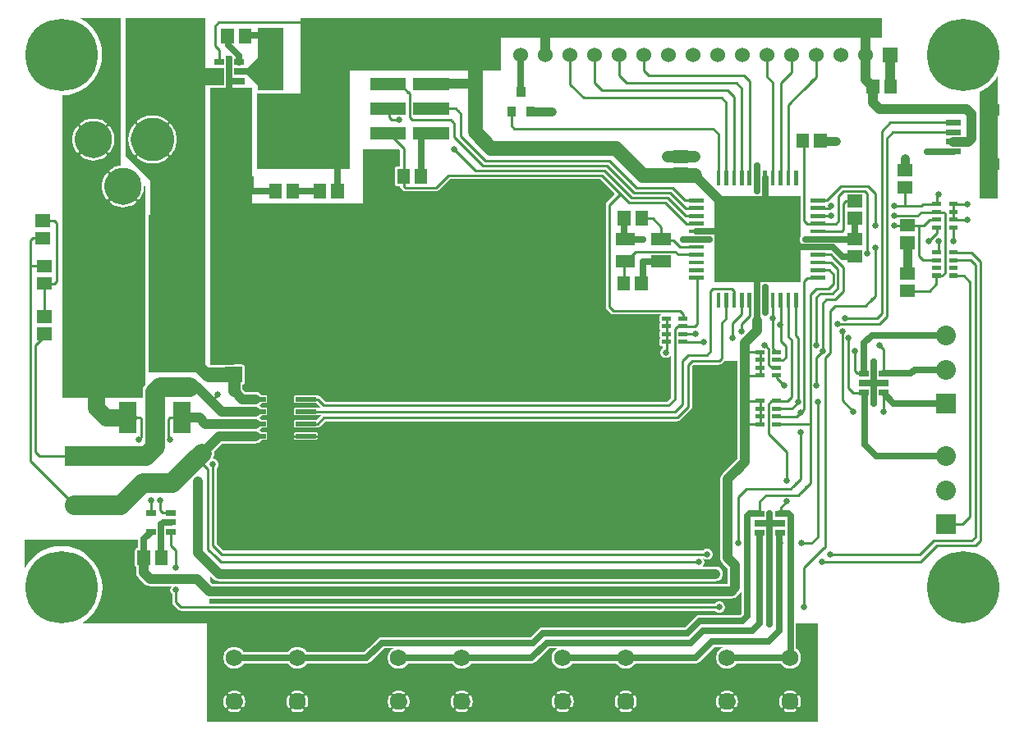
<source format=gbr>
G04 start of page 2 for group 0 idx 0 *
G04 Title: (unknown), component *
G04 Creator: pcb 4.0.2 *
G04 CreationDate: Wed Jun 16 02:52:30 2021 UTC *
G04 For: railfan *
G04 Format: Gerber/RS-274X *
G04 PCB-Dimensions (mil): 4000.00 2900.00 *
G04 PCB-Coordinate-Origin: lower left *
%MOIN*%
%FSLAX25Y25*%
%LNTOP*%
%ADD33C,0.0472*%
%ADD32C,0.1100*%
%ADD31C,0.1250*%
%ADD30C,0.0390*%
%ADD29C,0.0480*%
%ADD28C,0.0380*%
%ADD27C,0.1285*%
%ADD26C,0.0120*%
%ADD25C,0.0260*%
%ADD24C,0.1500*%
%ADD23C,0.1750*%
%ADD22C,0.0690*%
%ADD21C,0.2937*%
%ADD20C,0.0700*%
%ADD19C,0.0800*%
%ADD18C,0.0500*%
%ADD17C,0.0350*%
%ADD16C,0.0600*%
%ADD15C,0.0450*%
%ADD14C,0.0100*%
%ADD13C,0.0250*%
%ADD12C,0.0400*%
%ADD11C,0.0001*%
G54D11*G36*
X316472Y23000D02*X324000D01*
Y2000D01*
X316472D01*
Y7717D01*
X316531Y7762D01*
X316586Y7818D01*
X316630Y7884D01*
X316819Y8230D01*
X316972Y8594D01*
X317093Y8970D01*
X317180Y9356D01*
X317232Y9747D01*
X317250Y10142D01*
X317232Y10536D01*
X317180Y10928D01*
X317093Y11313D01*
X316972Y11689D01*
X316819Y12053D01*
X316634Y12402D01*
X316589Y12467D01*
X316534Y12524D01*
X316472Y12571D01*
Y23000D01*
G37*
G36*
X312797D02*X316472D01*
Y12571D01*
X316470Y12572D01*
X316400Y12609D01*
X316325Y12635D01*
X316247Y12649D01*
X316168Y12650D01*
X316090Y12639D01*
X316014Y12616D01*
X315943Y12581D01*
X315878Y12536D01*
X315821Y12481D01*
X315773Y12418D01*
X315736Y12348D01*
X315710Y12273D01*
X315696Y12195D01*
X315695Y12115D01*
X315706Y12037D01*
X315729Y11961D01*
X315765Y11891D01*
X315911Y11622D01*
X316030Y11340D01*
X316124Y11049D01*
X316191Y10751D01*
X316232Y10447D01*
X316245Y10142D01*
X316232Y9836D01*
X316191Y9533D01*
X316124Y9234D01*
X316030Y8943D01*
X315911Y8661D01*
X315768Y8391D01*
X315732Y8321D01*
X315709Y8246D01*
X315698Y8168D01*
X315700Y8089D01*
X315713Y8012D01*
X315739Y7937D01*
X315776Y7868D01*
X315823Y7805D01*
X315880Y7750D01*
X315944Y7705D01*
X316015Y7671D01*
X316090Y7648D01*
X316168Y7637D01*
X316247Y7638D01*
X316325Y7652D01*
X316399Y7677D01*
X316468Y7714D01*
X316472Y7717D01*
Y2000D01*
X312797D01*
Y5687D01*
X313190Y5705D01*
X313581Y5757D01*
X313967Y5844D01*
X314343Y5965D01*
X314707Y6118D01*
X315056Y6304D01*
X315121Y6348D01*
X315178Y6403D01*
X315226Y6467D01*
X315263Y6537D01*
X315289Y6612D01*
X315302Y6690D01*
X315304Y6769D01*
X315293Y6847D01*
X315270Y6923D01*
X315235Y6994D01*
X315189Y7059D01*
X315134Y7116D01*
X315071Y7164D01*
X315001Y7201D01*
X314926Y7227D01*
X314848Y7241D01*
X314769Y7242D01*
X314690Y7231D01*
X314615Y7208D01*
X314544Y7172D01*
X314276Y7026D01*
X313994Y6907D01*
X313703Y6813D01*
X313404Y6746D01*
X313101Y6705D01*
X312797Y6692D01*
Y13592D01*
X313101Y13578D01*
X313404Y13538D01*
X313703Y13470D01*
X313994Y13377D01*
X314276Y13258D01*
X314546Y13115D01*
X314616Y13079D01*
X314691Y13056D01*
X314769Y13045D01*
X314848Y13046D01*
X314925Y13060D01*
X315000Y13085D01*
X315069Y13122D01*
X315132Y13170D01*
X315187Y13226D01*
X315232Y13291D01*
X315266Y13362D01*
X315289Y13437D01*
X315300Y13515D01*
X315299Y13593D01*
X315285Y13671D01*
X315260Y13745D01*
X315223Y13815D01*
X315175Y13878D01*
X315119Y13932D01*
X315053Y13976D01*
X314707Y14165D01*
X314343Y14319D01*
X313967Y14439D01*
X313581Y14526D01*
X313190Y14579D01*
X312797Y14596D01*
Y23000D01*
G37*
G36*
X309118D02*X312797D01*
Y14596D01*
X312795Y14596D01*
X312401Y14579D01*
X312009Y14526D01*
X311624Y14439D01*
X311248Y14319D01*
X310884Y14165D01*
X310535Y13980D01*
X310470Y13935D01*
X310413Y13880D01*
X310365Y13817D01*
X310328Y13747D01*
X310302Y13672D01*
X310288Y13594D01*
X310287Y13515D01*
X310298Y13436D01*
X310321Y13360D01*
X310356Y13289D01*
X310401Y13224D01*
X310456Y13167D01*
X310519Y13120D01*
X310589Y13082D01*
X310664Y13057D01*
X310742Y13043D01*
X310822Y13041D01*
X310900Y13052D01*
X310976Y13076D01*
X311046Y13112D01*
X311315Y13258D01*
X311597Y13377D01*
X311888Y13470D01*
X312186Y13538D01*
X312490Y13578D01*
X312795Y13592D01*
X312797Y13592D01*
Y6692D01*
X312795Y6692D01*
X312490Y6705D01*
X312186Y6746D01*
X311888Y6813D01*
X311597Y6907D01*
X311315Y7026D01*
X311045Y7169D01*
X310975Y7205D01*
X310899Y7228D01*
X310821Y7239D01*
X310743Y7237D01*
X310665Y7224D01*
X310591Y7198D01*
X310521Y7161D01*
X310458Y7114D01*
X310404Y7057D01*
X310359Y6993D01*
X310324Y6922D01*
X310301Y6847D01*
X310290Y6769D01*
X310292Y6690D01*
X310305Y6612D01*
X310331Y6538D01*
X310368Y6469D01*
X310415Y6406D01*
X310472Y6351D01*
X310537Y6307D01*
X310884Y6118D01*
X311248Y5965D01*
X311624Y5844D01*
X312009Y5757D01*
X312401Y5705D01*
X312795Y5687D01*
X312797Y5687D01*
Y2000D01*
X309118D01*
Y7713D01*
X309120Y7711D01*
X309190Y7674D01*
X309265Y7648D01*
X309343Y7635D01*
X309422Y7633D01*
X309501Y7644D01*
X309577Y7667D01*
X309648Y7702D01*
X309713Y7748D01*
X309770Y7803D01*
X309817Y7866D01*
X309855Y7936D01*
X309881Y8011D01*
X309894Y8089D01*
X309896Y8168D01*
X309885Y8247D01*
X309861Y8322D01*
X309825Y8393D01*
X309679Y8661D01*
X309560Y8943D01*
X309467Y9234D01*
X309399Y9533D01*
X309359Y9836D01*
X309345Y10142D01*
X309359Y10447D01*
X309399Y10751D01*
X309467Y11049D01*
X309560Y11340D01*
X309679Y11622D01*
X309822Y11892D01*
X309858Y11962D01*
X309881Y12038D01*
X309892Y12116D01*
X309891Y12194D01*
X309877Y12272D01*
X309852Y12346D01*
X309815Y12416D01*
X309767Y12479D01*
X309711Y12533D01*
X309646Y12578D01*
X309575Y12613D01*
X309500Y12636D01*
X309422Y12647D01*
X309344Y12645D01*
X309266Y12632D01*
X309192Y12606D01*
X309122Y12569D01*
X309118Y12566D01*
Y23000D01*
G37*
G36*
X290882D02*X309118D01*
Y12566D01*
X309059Y12522D01*
X309005Y12465D01*
X308961Y12400D01*
X308772Y12053D01*
X308618Y11689D01*
X308498Y11313D01*
X308411Y10928D01*
X308358Y10536D01*
X308341Y10142D01*
X308358Y9747D01*
X308411Y9356D01*
X308498Y8970D01*
X308618Y8594D01*
X308772Y8230D01*
X308957Y7881D01*
X309002Y7816D01*
X309057Y7759D01*
X309118Y7713D01*
Y2000D01*
X290882D01*
Y7717D01*
X290941Y7762D01*
X290995Y7818D01*
X291039Y7884D01*
X291228Y8230D01*
X291382Y8594D01*
X291502Y8970D01*
X291589Y9356D01*
X291642Y9747D01*
X291659Y10142D01*
X291642Y10536D01*
X291589Y10928D01*
X291502Y11313D01*
X291382Y11689D01*
X291228Y12053D01*
X291043Y12402D01*
X290998Y12467D01*
X290943Y12524D01*
X290882Y12571D01*
Y23000D01*
G37*
G36*
X287206D02*X290882D01*
Y12571D01*
X290880Y12572D01*
X290810Y12609D01*
X290735Y12635D01*
X290657Y12649D01*
X290578Y12650D01*
X290499Y12639D01*
X290423Y12616D01*
X290352Y12581D01*
X290287Y12536D01*
X290230Y12481D01*
X290182Y12418D01*
X290145Y12348D01*
X290119Y12273D01*
X290106Y12195D01*
X290104Y12115D01*
X290115Y12037D01*
X290139Y11961D01*
X290175Y11891D01*
X290321Y11622D01*
X290440Y11340D01*
X290533Y11049D01*
X290601Y10751D01*
X290641Y10447D01*
X290655Y10142D01*
X290641Y9836D01*
X290601Y9533D01*
X290533Y9234D01*
X290440Y8943D01*
X290321Y8661D01*
X290178Y8391D01*
X290142Y8321D01*
X290119Y8246D01*
X290108Y8168D01*
X290109Y8089D01*
X290123Y8012D01*
X290148Y7937D01*
X290185Y7868D01*
X290233Y7805D01*
X290289Y7750D01*
X290354Y7705D01*
X290425Y7671D01*
X290500Y7648D01*
X290578Y7637D01*
X290656Y7638D01*
X290734Y7652D01*
X290808Y7677D01*
X290878Y7714D01*
X290882Y7717D01*
Y2000D01*
X287206D01*
Y5687D01*
X287599Y5705D01*
X287991Y5757D01*
X288376Y5844D01*
X288752Y5965D01*
X289116Y6118D01*
X289465Y6304D01*
X289530Y6348D01*
X289587Y6403D01*
X289635Y6467D01*
X289672Y6537D01*
X289698Y6612D01*
X289712Y6690D01*
X289713Y6769D01*
X289702Y6847D01*
X289679Y6923D01*
X289644Y6994D01*
X289599Y7059D01*
X289544Y7116D01*
X289481Y7164D01*
X289411Y7201D01*
X289336Y7227D01*
X289258Y7241D01*
X289178Y7242D01*
X289100Y7231D01*
X289024Y7208D01*
X288954Y7172D01*
X288685Y7026D01*
X288403Y6907D01*
X288112Y6813D01*
X287814Y6746D01*
X287510Y6705D01*
X287206Y6692D01*
Y13592D01*
X287510Y13578D01*
X287814Y13538D01*
X288112Y13470D01*
X288403Y13377D01*
X288685Y13258D01*
X288955Y13115D01*
X289025Y13079D01*
X289101Y13056D01*
X289179Y13045D01*
X289257Y13046D01*
X289335Y13060D01*
X289409Y13085D01*
X289479Y13122D01*
X289542Y13170D01*
X289596Y13226D01*
X289641Y13291D01*
X289676Y13362D01*
X289699Y13437D01*
X289710Y13515D01*
X289708Y13593D01*
X289695Y13671D01*
X289669Y13745D01*
X289632Y13815D01*
X289585Y13878D01*
X289528Y13932D01*
X289463Y13976D01*
X289116Y14165D01*
X288752Y14319D01*
X288376Y14439D01*
X287991Y14526D01*
X287599Y14579D01*
X287206Y14596D01*
Y23000D01*
G37*
G36*
X283528D02*X287206D01*
Y14596D01*
X287205Y14596D01*
X286810Y14579D01*
X286419Y14526D01*
X286033Y14439D01*
X285657Y14319D01*
X285293Y14165D01*
X284944Y13980D01*
X284879Y13935D01*
X284822Y13880D01*
X284774Y13817D01*
X284737Y13747D01*
X284711Y13672D01*
X284698Y13594D01*
X284696Y13515D01*
X284707Y13436D01*
X284730Y13360D01*
X284765Y13289D01*
X284811Y13224D01*
X284866Y13167D01*
X284929Y13120D01*
X284999Y13082D01*
X285074Y13057D01*
X285152Y13043D01*
X285231Y13041D01*
X285310Y13052D01*
X285385Y13076D01*
X285456Y13112D01*
X285724Y13258D01*
X286006Y13377D01*
X286297Y13470D01*
X286596Y13538D01*
X286899Y13578D01*
X287205Y13592D01*
X287206Y13592D01*
Y6692D01*
X287205Y6692D01*
X286899Y6705D01*
X286596Y6746D01*
X286297Y6813D01*
X286006Y6907D01*
X285724Y7026D01*
X285454Y7169D01*
X285384Y7205D01*
X285309Y7228D01*
X285231Y7239D01*
X285152Y7237D01*
X285075Y7224D01*
X285000Y7198D01*
X284931Y7161D01*
X284868Y7114D01*
X284813Y7057D01*
X284768Y6993D01*
X284734Y6922D01*
X284711Y6847D01*
X284700Y6769D01*
X284701Y6690D01*
X284715Y6612D01*
X284740Y6538D01*
X284777Y6469D01*
X284825Y6406D01*
X284881Y6351D01*
X284947Y6307D01*
X285293Y6118D01*
X285657Y5965D01*
X286033Y5844D01*
X286419Y5757D01*
X286810Y5705D01*
X287205Y5687D01*
X287206Y5687D01*
Y2000D01*
X283528D01*
Y7713D01*
X283530Y7711D01*
X283600Y7674D01*
X283675Y7648D01*
X283753Y7635D01*
X283832Y7633D01*
X283910Y7644D01*
X283986Y7667D01*
X284057Y7702D01*
X284122Y7748D01*
X284179Y7803D01*
X284227Y7866D01*
X284264Y7936D01*
X284290Y8011D01*
X284304Y8089D01*
X284305Y8168D01*
X284294Y8247D01*
X284271Y8322D01*
X284235Y8393D01*
X284089Y8661D01*
X283970Y8943D01*
X283876Y9234D01*
X283809Y9533D01*
X283768Y9836D01*
X283755Y10142D01*
X283768Y10447D01*
X283809Y10751D01*
X283876Y11049D01*
X283970Y11340D01*
X284089Y11622D01*
X284232Y11892D01*
X284268Y11962D01*
X284291Y12038D01*
X284302Y12116D01*
X284300Y12194D01*
X284287Y12272D01*
X284261Y12346D01*
X284224Y12416D01*
X284177Y12479D01*
X284120Y12533D01*
X284056Y12578D01*
X283985Y12613D01*
X283910Y12636D01*
X283832Y12647D01*
X283753Y12645D01*
X283675Y12632D01*
X283601Y12606D01*
X283532Y12569D01*
X283528Y12566D01*
Y23000D01*
G37*
G36*
X249772D02*X283528D01*
Y12566D01*
X283469Y12522D01*
X283414Y12465D01*
X283370Y12400D01*
X283181Y12053D01*
X283028Y11689D01*
X282907Y11313D01*
X282820Y10928D01*
X282768Y10536D01*
X282750Y10142D01*
X282768Y9747D01*
X282820Y9356D01*
X282907Y8970D01*
X283028Y8594D01*
X283181Y8230D01*
X283366Y7881D01*
X283411Y7816D01*
X283466Y7759D01*
X283528Y7713D01*
Y2000D01*
X249772D01*
Y7717D01*
X249831Y7762D01*
X249886Y7818D01*
X249930Y7884D01*
X250119Y8230D01*
X250272Y8594D01*
X250393Y8970D01*
X250480Y9356D01*
X250532Y9747D01*
X250550Y10142D01*
X250532Y10536D01*
X250480Y10928D01*
X250393Y11313D01*
X250272Y11689D01*
X250119Y12053D01*
X249934Y12402D01*
X249889Y12467D01*
X249834Y12524D01*
X249772Y12571D01*
Y23000D01*
G37*
G36*
X246097D02*X249772D01*
Y12571D01*
X249770Y12572D01*
X249700Y12609D01*
X249625Y12635D01*
X249547Y12649D01*
X249468Y12650D01*
X249390Y12639D01*
X249314Y12616D01*
X249243Y12581D01*
X249178Y12536D01*
X249121Y12481D01*
X249073Y12418D01*
X249036Y12348D01*
X249010Y12273D01*
X248996Y12195D01*
X248995Y12115D01*
X249006Y12037D01*
X249029Y11961D01*
X249065Y11891D01*
X249211Y11622D01*
X249330Y11340D01*
X249424Y11049D01*
X249491Y10751D01*
X249532Y10447D01*
X249545Y10142D01*
X249532Y9836D01*
X249491Y9533D01*
X249424Y9234D01*
X249330Y8943D01*
X249211Y8661D01*
X249068Y8391D01*
X249032Y8321D01*
X249009Y8246D01*
X248998Y8168D01*
X249000Y8089D01*
X249013Y8012D01*
X249039Y7937D01*
X249076Y7868D01*
X249123Y7805D01*
X249180Y7750D01*
X249244Y7705D01*
X249315Y7671D01*
X249390Y7648D01*
X249468Y7637D01*
X249547Y7638D01*
X249625Y7652D01*
X249699Y7677D01*
X249768Y7714D01*
X249772Y7717D01*
Y2000D01*
X246097D01*
Y5687D01*
X246490Y5705D01*
X246881Y5757D01*
X247267Y5844D01*
X247643Y5965D01*
X248007Y6118D01*
X248356Y6304D01*
X248421Y6348D01*
X248478Y6403D01*
X248526Y6467D01*
X248563Y6537D01*
X248589Y6612D01*
X248602Y6690D01*
X248604Y6769D01*
X248593Y6847D01*
X248570Y6923D01*
X248535Y6994D01*
X248489Y7059D01*
X248434Y7116D01*
X248371Y7164D01*
X248301Y7201D01*
X248226Y7227D01*
X248148Y7241D01*
X248069Y7242D01*
X247990Y7231D01*
X247915Y7208D01*
X247844Y7172D01*
X247576Y7026D01*
X247294Y6907D01*
X247003Y6813D01*
X246704Y6746D01*
X246401Y6705D01*
X246097Y6692D01*
Y13592D01*
X246401Y13578D01*
X246704Y13538D01*
X247003Y13470D01*
X247294Y13377D01*
X247576Y13258D01*
X247846Y13115D01*
X247916Y13079D01*
X247991Y13056D01*
X248069Y13045D01*
X248148Y13046D01*
X248225Y13060D01*
X248300Y13085D01*
X248369Y13122D01*
X248432Y13170D01*
X248487Y13226D01*
X248532Y13291D01*
X248566Y13362D01*
X248589Y13437D01*
X248600Y13515D01*
X248599Y13593D01*
X248585Y13671D01*
X248560Y13745D01*
X248523Y13815D01*
X248475Y13878D01*
X248419Y13932D01*
X248353Y13976D01*
X248007Y14165D01*
X247643Y14319D01*
X247267Y14439D01*
X246881Y14526D01*
X246490Y14579D01*
X246097Y14596D01*
Y23000D01*
G37*
G36*
X242418D02*X246097D01*
Y14596D01*
X246095Y14596D01*
X245701Y14579D01*
X245309Y14526D01*
X244924Y14439D01*
X244548Y14319D01*
X244184Y14165D01*
X243835Y13980D01*
X243770Y13935D01*
X243713Y13880D01*
X243665Y13817D01*
X243628Y13747D01*
X243602Y13672D01*
X243588Y13594D01*
X243587Y13515D01*
X243598Y13436D01*
X243621Y13360D01*
X243656Y13289D01*
X243701Y13224D01*
X243756Y13167D01*
X243819Y13120D01*
X243889Y13082D01*
X243964Y13057D01*
X244042Y13043D01*
X244122Y13041D01*
X244200Y13052D01*
X244276Y13076D01*
X244346Y13112D01*
X244615Y13258D01*
X244897Y13377D01*
X245188Y13470D01*
X245486Y13538D01*
X245790Y13578D01*
X246095Y13592D01*
X246097Y13592D01*
Y6692D01*
X246095Y6692D01*
X245790Y6705D01*
X245486Y6746D01*
X245188Y6813D01*
X244897Y6907D01*
X244615Y7026D01*
X244345Y7169D01*
X244275Y7205D01*
X244199Y7228D01*
X244121Y7239D01*
X244043Y7237D01*
X243965Y7224D01*
X243891Y7198D01*
X243821Y7161D01*
X243758Y7114D01*
X243704Y7057D01*
X243659Y6993D01*
X243624Y6922D01*
X243601Y6847D01*
X243590Y6769D01*
X243592Y6690D01*
X243605Y6612D01*
X243631Y6538D01*
X243668Y6469D01*
X243715Y6406D01*
X243772Y6351D01*
X243837Y6307D01*
X244184Y6118D01*
X244548Y5965D01*
X244924Y5844D01*
X245309Y5757D01*
X245701Y5705D01*
X246095Y5687D01*
X246097Y5687D01*
Y2000D01*
X242418D01*
Y7713D01*
X242420Y7711D01*
X242490Y7674D01*
X242565Y7648D01*
X242643Y7635D01*
X242722Y7633D01*
X242801Y7644D01*
X242877Y7667D01*
X242948Y7702D01*
X243013Y7748D01*
X243070Y7803D01*
X243117Y7866D01*
X243155Y7936D01*
X243181Y8011D01*
X243194Y8089D01*
X243196Y8168D01*
X243185Y8247D01*
X243161Y8322D01*
X243125Y8393D01*
X242979Y8661D01*
X242860Y8943D01*
X242767Y9234D01*
X242699Y9533D01*
X242659Y9836D01*
X242645Y10142D01*
X242659Y10447D01*
X242699Y10751D01*
X242767Y11049D01*
X242860Y11340D01*
X242979Y11622D01*
X243122Y11892D01*
X243158Y11962D01*
X243181Y12038D01*
X243192Y12116D01*
X243191Y12194D01*
X243177Y12272D01*
X243152Y12346D01*
X243115Y12416D01*
X243067Y12479D01*
X243011Y12533D01*
X242946Y12578D01*
X242875Y12613D01*
X242800Y12636D01*
X242722Y12647D01*
X242644Y12645D01*
X242566Y12632D01*
X242492Y12606D01*
X242422Y12569D01*
X242418Y12566D01*
Y23000D01*
G37*
G36*
X224182D02*X242418D01*
Y12566D01*
X242359Y12522D01*
X242305Y12465D01*
X242261Y12400D01*
X242072Y12053D01*
X241918Y11689D01*
X241798Y11313D01*
X241711Y10928D01*
X241658Y10536D01*
X241641Y10142D01*
X241658Y9747D01*
X241711Y9356D01*
X241798Y8970D01*
X241918Y8594D01*
X242072Y8230D01*
X242257Y7881D01*
X242302Y7816D01*
X242357Y7759D01*
X242418Y7713D01*
Y2000D01*
X224182D01*
Y7717D01*
X224241Y7762D01*
X224295Y7818D01*
X224339Y7884D01*
X224528Y8230D01*
X224682Y8594D01*
X224802Y8970D01*
X224889Y9356D01*
X224942Y9747D01*
X224959Y10142D01*
X224942Y10536D01*
X224889Y10928D01*
X224802Y11313D01*
X224682Y11689D01*
X224528Y12053D01*
X224343Y12402D01*
X224298Y12467D01*
X224243Y12524D01*
X224182Y12571D01*
Y23000D01*
G37*
G36*
X220506D02*X224182D01*
Y12571D01*
X224180Y12572D01*
X224110Y12609D01*
X224035Y12635D01*
X223957Y12649D01*
X223878Y12650D01*
X223799Y12639D01*
X223723Y12616D01*
X223652Y12581D01*
X223587Y12536D01*
X223530Y12481D01*
X223482Y12418D01*
X223445Y12348D01*
X223419Y12273D01*
X223406Y12195D01*
X223404Y12115D01*
X223415Y12037D01*
X223439Y11961D01*
X223475Y11891D01*
X223621Y11622D01*
X223740Y11340D01*
X223833Y11049D01*
X223901Y10751D01*
X223941Y10447D01*
X223955Y10142D01*
X223941Y9836D01*
X223901Y9533D01*
X223833Y9234D01*
X223740Y8943D01*
X223621Y8661D01*
X223478Y8391D01*
X223442Y8321D01*
X223419Y8246D01*
X223408Y8168D01*
X223409Y8089D01*
X223423Y8012D01*
X223448Y7937D01*
X223485Y7868D01*
X223533Y7805D01*
X223589Y7750D01*
X223654Y7705D01*
X223725Y7671D01*
X223800Y7648D01*
X223878Y7637D01*
X223956Y7638D01*
X224034Y7652D01*
X224108Y7677D01*
X224178Y7714D01*
X224182Y7717D01*
Y2000D01*
X220506D01*
Y5687D01*
X220899Y5705D01*
X221291Y5757D01*
X221676Y5844D01*
X222052Y5965D01*
X222416Y6118D01*
X222765Y6304D01*
X222830Y6348D01*
X222887Y6403D01*
X222935Y6467D01*
X222972Y6537D01*
X222998Y6612D01*
X223012Y6690D01*
X223013Y6769D01*
X223002Y6847D01*
X222979Y6923D01*
X222944Y6994D01*
X222899Y7059D01*
X222844Y7116D01*
X222781Y7164D01*
X222711Y7201D01*
X222636Y7227D01*
X222558Y7241D01*
X222478Y7242D01*
X222400Y7231D01*
X222324Y7208D01*
X222254Y7172D01*
X221985Y7026D01*
X221703Y6907D01*
X221412Y6813D01*
X221114Y6746D01*
X220810Y6705D01*
X220506Y6692D01*
Y13592D01*
X220810Y13578D01*
X221114Y13538D01*
X221412Y13470D01*
X221703Y13377D01*
X221985Y13258D01*
X222255Y13115D01*
X222325Y13079D01*
X222401Y13056D01*
X222479Y13045D01*
X222557Y13046D01*
X222635Y13060D01*
X222709Y13085D01*
X222779Y13122D01*
X222842Y13170D01*
X222896Y13226D01*
X222941Y13291D01*
X222976Y13362D01*
X222999Y13437D01*
X223010Y13515D01*
X223008Y13593D01*
X222995Y13671D01*
X222969Y13745D01*
X222932Y13815D01*
X222885Y13878D01*
X222828Y13932D01*
X222763Y13976D01*
X222416Y14165D01*
X222052Y14319D01*
X221676Y14439D01*
X221291Y14526D01*
X220899Y14579D01*
X220506Y14596D01*
Y23000D01*
G37*
G36*
X216828D02*X220506D01*
Y14596D01*
X220505Y14596D01*
X220110Y14579D01*
X219719Y14526D01*
X219333Y14439D01*
X218957Y14319D01*
X218593Y14165D01*
X218244Y13980D01*
X218179Y13935D01*
X218122Y13880D01*
X218074Y13817D01*
X218037Y13747D01*
X218011Y13672D01*
X217998Y13594D01*
X217996Y13515D01*
X218007Y13436D01*
X218030Y13360D01*
X218065Y13289D01*
X218111Y13224D01*
X218166Y13167D01*
X218229Y13120D01*
X218299Y13082D01*
X218374Y13057D01*
X218452Y13043D01*
X218531Y13041D01*
X218609Y13052D01*
X218685Y13076D01*
X218756Y13112D01*
X219024Y13258D01*
X219306Y13377D01*
X219597Y13470D01*
X219896Y13538D01*
X220199Y13578D01*
X220505Y13592D01*
X220506Y13592D01*
Y6692D01*
X220505Y6692D01*
X220199Y6705D01*
X219896Y6746D01*
X219597Y6813D01*
X219306Y6907D01*
X219024Y7026D01*
X218754Y7169D01*
X218684Y7205D01*
X218609Y7228D01*
X218531Y7239D01*
X218452Y7237D01*
X218375Y7224D01*
X218300Y7198D01*
X218231Y7161D01*
X218168Y7114D01*
X218113Y7057D01*
X218068Y6993D01*
X218034Y6922D01*
X218011Y6847D01*
X218000Y6769D01*
X218001Y6690D01*
X218015Y6612D01*
X218040Y6538D01*
X218077Y6469D01*
X218125Y6406D01*
X218181Y6351D01*
X218247Y6307D01*
X218593Y6118D01*
X218957Y5965D01*
X219333Y5844D01*
X219719Y5757D01*
X220110Y5705D01*
X220505Y5687D01*
X220506Y5687D01*
Y2000D01*
X216828D01*
Y7713D01*
X216830Y7711D01*
X216900Y7674D01*
X216975Y7648D01*
X217053Y7635D01*
X217132Y7633D01*
X217210Y7644D01*
X217286Y7667D01*
X217357Y7702D01*
X217422Y7748D01*
X217479Y7803D01*
X217527Y7866D01*
X217564Y7936D01*
X217590Y8011D01*
X217604Y8089D01*
X217605Y8168D01*
X217594Y8247D01*
X217571Y8322D01*
X217535Y8393D01*
X217389Y8661D01*
X217270Y8943D01*
X217176Y9234D01*
X217109Y9533D01*
X217068Y9836D01*
X217055Y10142D01*
X217068Y10447D01*
X217109Y10751D01*
X217176Y11049D01*
X217270Y11340D01*
X217389Y11622D01*
X217532Y11892D01*
X217568Y11962D01*
X217591Y12038D01*
X217602Y12116D01*
X217600Y12194D01*
X217587Y12272D01*
X217561Y12346D01*
X217524Y12416D01*
X217477Y12479D01*
X217420Y12533D01*
X217356Y12578D01*
X217285Y12613D01*
X217210Y12636D01*
X217132Y12647D01*
X217053Y12645D01*
X216975Y12632D01*
X216901Y12606D01*
X216832Y12569D01*
X216828Y12566D01*
Y23000D01*
G37*
G36*
X183172D02*X216828D01*
Y12566D01*
X216769Y12522D01*
X216714Y12465D01*
X216670Y12400D01*
X216481Y12053D01*
X216328Y11689D01*
X216207Y11313D01*
X216120Y10928D01*
X216068Y10536D01*
X216050Y10142D01*
X216068Y9747D01*
X216120Y9356D01*
X216207Y8970D01*
X216328Y8594D01*
X216481Y8230D01*
X216666Y7881D01*
X216711Y7816D01*
X216766Y7759D01*
X216828Y7713D01*
Y2000D01*
X183172D01*
Y7717D01*
X183231Y7762D01*
X183286Y7818D01*
X183330Y7884D01*
X183519Y8230D01*
X183672Y8594D01*
X183793Y8970D01*
X183880Y9356D01*
X183932Y9747D01*
X183950Y10142D01*
X183932Y10536D01*
X183880Y10928D01*
X183793Y11313D01*
X183672Y11689D01*
X183519Y12053D01*
X183334Y12402D01*
X183289Y12467D01*
X183234Y12524D01*
X183172Y12571D01*
Y23000D01*
G37*
G36*
X179497D02*X183172D01*
Y12571D01*
X183170Y12572D01*
X183100Y12609D01*
X183025Y12635D01*
X182947Y12649D01*
X182868Y12650D01*
X182790Y12639D01*
X182714Y12616D01*
X182643Y12581D01*
X182578Y12536D01*
X182521Y12481D01*
X182473Y12418D01*
X182436Y12348D01*
X182410Y12273D01*
X182396Y12195D01*
X182395Y12115D01*
X182406Y12037D01*
X182429Y11961D01*
X182465Y11891D01*
X182611Y11622D01*
X182730Y11340D01*
X182824Y11049D01*
X182891Y10751D01*
X182932Y10447D01*
X182945Y10142D01*
X182932Y9836D01*
X182891Y9533D01*
X182824Y9234D01*
X182730Y8943D01*
X182611Y8661D01*
X182468Y8391D01*
X182432Y8321D01*
X182409Y8246D01*
X182398Y8168D01*
X182400Y8089D01*
X182413Y8012D01*
X182439Y7937D01*
X182476Y7868D01*
X182523Y7805D01*
X182580Y7750D01*
X182644Y7705D01*
X182715Y7671D01*
X182790Y7648D01*
X182868Y7637D01*
X182947Y7638D01*
X183025Y7652D01*
X183099Y7677D01*
X183168Y7714D01*
X183172Y7717D01*
Y2000D01*
X179497D01*
Y5687D01*
X179890Y5705D01*
X180281Y5757D01*
X180667Y5844D01*
X181043Y5965D01*
X181407Y6118D01*
X181756Y6304D01*
X181821Y6348D01*
X181878Y6403D01*
X181926Y6467D01*
X181963Y6537D01*
X181989Y6612D01*
X182002Y6690D01*
X182004Y6769D01*
X181993Y6847D01*
X181970Y6923D01*
X181935Y6994D01*
X181889Y7059D01*
X181834Y7116D01*
X181771Y7164D01*
X181701Y7201D01*
X181626Y7227D01*
X181548Y7241D01*
X181469Y7242D01*
X181390Y7231D01*
X181315Y7208D01*
X181244Y7172D01*
X180976Y7026D01*
X180694Y6907D01*
X180403Y6813D01*
X180104Y6746D01*
X179801Y6705D01*
X179497Y6692D01*
Y13592D01*
X179801Y13578D01*
X180104Y13538D01*
X180403Y13470D01*
X180694Y13377D01*
X180976Y13258D01*
X181246Y13115D01*
X181316Y13079D01*
X181391Y13056D01*
X181469Y13045D01*
X181548Y13046D01*
X181625Y13060D01*
X181700Y13085D01*
X181769Y13122D01*
X181832Y13170D01*
X181887Y13226D01*
X181932Y13291D01*
X181966Y13362D01*
X181989Y13437D01*
X182000Y13515D01*
X181999Y13593D01*
X181985Y13671D01*
X181960Y13745D01*
X181923Y13815D01*
X181875Y13878D01*
X181819Y13932D01*
X181753Y13976D01*
X181407Y14165D01*
X181043Y14319D01*
X180667Y14439D01*
X180281Y14526D01*
X179890Y14579D01*
X179497Y14596D01*
Y23000D01*
G37*
G36*
X175818D02*X179497D01*
Y14596D01*
X179495Y14596D01*
X179101Y14579D01*
X178709Y14526D01*
X178324Y14439D01*
X177948Y14319D01*
X177584Y14165D01*
X177235Y13980D01*
X177170Y13935D01*
X177113Y13880D01*
X177065Y13817D01*
X177028Y13747D01*
X177002Y13672D01*
X176988Y13594D01*
X176987Y13515D01*
X176998Y13436D01*
X177021Y13360D01*
X177056Y13289D01*
X177101Y13224D01*
X177156Y13167D01*
X177219Y13120D01*
X177289Y13082D01*
X177364Y13057D01*
X177442Y13043D01*
X177522Y13041D01*
X177600Y13052D01*
X177676Y13076D01*
X177746Y13112D01*
X178015Y13258D01*
X178297Y13377D01*
X178588Y13470D01*
X178886Y13538D01*
X179190Y13578D01*
X179495Y13592D01*
X179497Y13592D01*
Y6692D01*
X179495Y6692D01*
X179190Y6705D01*
X178886Y6746D01*
X178588Y6813D01*
X178297Y6907D01*
X178015Y7026D01*
X177745Y7169D01*
X177675Y7205D01*
X177599Y7228D01*
X177521Y7239D01*
X177443Y7237D01*
X177365Y7224D01*
X177291Y7198D01*
X177221Y7161D01*
X177158Y7114D01*
X177104Y7057D01*
X177059Y6993D01*
X177024Y6922D01*
X177001Y6847D01*
X176990Y6769D01*
X176992Y6690D01*
X177005Y6612D01*
X177031Y6538D01*
X177068Y6469D01*
X177115Y6406D01*
X177172Y6351D01*
X177237Y6307D01*
X177584Y6118D01*
X177948Y5965D01*
X178324Y5844D01*
X178709Y5757D01*
X179101Y5705D01*
X179495Y5687D01*
X179497Y5687D01*
Y2000D01*
X175818D01*
Y7713D01*
X175820Y7711D01*
X175890Y7674D01*
X175965Y7648D01*
X176043Y7635D01*
X176122Y7633D01*
X176201Y7644D01*
X176277Y7667D01*
X176348Y7702D01*
X176413Y7748D01*
X176470Y7803D01*
X176517Y7866D01*
X176555Y7936D01*
X176581Y8011D01*
X176594Y8089D01*
X176596Y8168D01*
X176585Y8247D01*
X176561Y8322D01*
X176525Y8393D01*
X176379Y8661D01*
X176260Y8943D01*
X176167Y9234D01*
X176099Y9533D01*
X176059Y9836D01*
X176045Y10142D01*
X176059Y10447D01*
X176099Y10751D01*
X176167Y11049D01*
X176260Y11340D01*
X176379Y11622D01*
X176522Y11892D01*
X176558Y11962D01*
X176581Y12038D01*
X176592Y12116D01*
X176591Y12194D01*
X176577Y12272D01*
X176552Y12346D01*
X176515Y12416D01*
X176467Y12479D01*
X176411Y12533D01*
X176346Y12578D01*
X176275Y12613D01*
X176200Y12636D01*
X176122Y12647D01*
X176044Y12645D01*
X175966Y12632D01*
X175892Y12606D01*
X175822Y12569D01*
X175818Y12566D01*
Y23000D01*
G37*
G36*
X157582D02*X175818D01*
Y12566D01*
X175759Y12522D01*
X175705Y12465D01*
X175661Y12400D01*
X175472Y12053D01*
X175318Y11689D01*
X175198Y11313D01*
X175111Y10928D01*
X175058Y10536D01*
X175041Y10142D01*
X175058Y9747D01*
X175111Y9356D01*
X175198Y8970D01*
X175318Y8594D01*
X175472Y8230D01*
X175657Y7881D01*
X175702Y7816D01*
X175757Y7759D01*
X175818Y7713D01*
Y2000D01*
X157582D01*
Y7717D01*
X157641Y7762D01*
X157695Y7818D01*
X157739Y7884D01*
X157928Y8230D01*
X158082Y8594D01*
X158202Y8970D01*
X158289Y9356D01*
X158342Y9747D01*
X158359Y10142D01*
X158342Y10536D01*
X158289Y10928D01*
X158202Y11313D01*
X158082Y11689D01*
X157928Y12053D01*
X157743Y12402D01*
X157698Y12467D01*
X157643Y12524D01*
X157582Y12571D01*
Y23000D01*
G37*
G36*
X153906D02*X157582D01*
Y12571D01*
X157580Y12572D01*
X157510Y12609D01*
X157435Y12635D01*
X157357Y12649D01*
X157278Y12650D01*
X157199Y12639D01*
X157123Y12616D01*
X157052Y12581D01*
X156987Y12536D01*
X156930Y12481D01*
X156882Y12418D01*
X156845Y12348D01*
X156819Y12273D01*
X156806Y12195D01*
X156804Y12115D01*
X156815Y12037D01*
X156839Y11961D01*
X156875Y11891D01*
X157021Y11622D01*
X157140Y11340D01*
X157233Y11049D01*
X157301Y10751D01*
X157341Y10447D01*
X157355Y10142D01*
X157341Y9836D01*
X157301Y9533D01*
X157233Y9234D01*
X157140Y8943D01*
X157021Y8661D01*
X156878Y8391D01*
X156842Y8321D01*
X156819Y8246D01*
X156808Y8168D01*
X156809Y8089D01*
X156823Y8012D01*
X156848Y7937D01*
X156885Y7868D01*
X156933Y7805D01*
X156989Y7750D01*
X157054Y7705D01*
X157125Y7671D01*
X157200Y7648D01*
X157278Y7637D01*
X157356Y7638D01*
X157434Y7652D01*
X157508Y7677D01*
X157578Y7714D01*
X157582Y7717D01*
Y2000D01*
X153906D01*
Y5687D01*
X154299Y5705D01*
X154691Y5757D01*
X155076Y5844D01*
X155452Y5965D01*
X155816Y6118D01*
X156165Y6304D01*
X156230Y6348D01*
X156287Y6403D01*
X156335Y6467D01*
X156372Y6537D01*
X156398Y6612D01*
X156412Y6690D01*
X156413Y6769D01*
X156402Y6847D01*
X156379Y6923D01*
X156344Y6994D01*
X156299Y7059D01*
X156244Y7116D01*
X156181Y7164D01*
X156111Y7201D01*
X156036Y7227D01*
X155958Y7241D01*
X155878Y7242D01*
X155800Y7231D01*
X155724Y7208D01*
X155654Y7172D01*
X155385Y7026D01*
X155103Y6907D01*
X154812Y6813D01*
X154514Y6746D01*
X154210Y6705D01*
X153906Y6692D01*
Y13592D01*
X154210Y13578D01*
X154514Y13538D01*
X154812Y13470D01*
X155103Y13377D01*
X155385Y13258D01*
X155655Y13115D01*
X155725Y13079D01*
X155801Y13056D01*
X155879Y13045D01*
X155957Y13046D01*
X156035Y13060D01*
X156109Y13085D01*
X156179Y13122D01*
X156242Y13170D01*
X156296Y13226D01*
X156341Y13291D01*
X156376Y13362D01*
X156399Y13437D01*
X156410Y13515D01*
X156408Y13593D01*
X156395Y13671D01*
X156369Y13745D01*
X156332Y13815D01*
X156285Y13878D01*
X156228Y13932D01*
X156163Y13976D01*
X155816Y14165D01*
X155452Y14319D01*
X155076Y14439D01*
X154691Y14526D01*
X154299Y14579D01*
X153906Y14596D01*
Y23000D01*
G37*
G36*
X150228D02*X153906D01*
Y14596D01*
X153905Y14596D01*
X153510Y14579D01*
X153119Y14526D01*
X152733Y14439D01*
X152357Y14319D01*
X151993Y14165D01*
X151644Y13980D01*
X151579Y13935D01*
X151522Y13880D01*
X151474Y13817D01*
X151437Y13747D01*
X151411Y13672D01*
X151398Y13594D01*
X151396Y13515D01*
X151407Y13436D01*
X151430Y13360D01*
X151465Y13289D01*
X151511Y13224D01*
X151566Y13167D01*
X151629Y13120D01*
X151699Y13082D01*
X151774Y13057D01*
X151852Y13043D01*
X151931Y13041D01*
X152010Y13052D01*
X152085Y13076D01*
X152156Y13112D01*
X152424Y13258D01*
X152706Y13377D01*
X152997Y13470D01*
X153296Y13538D01*
X153599Y13578D01*
X153905Y13592D01*
X153906Y13592D01*
Y6692D01*
X153905Y6692D01*
X153599Y6705D01*
X153296Y6746D01*
X152997Y6813D01*
X152706Y6907D01*
X152424Y7026D01*
X152154Y7169D01*
X152084Y7205D01*
X152009Y7228D01*
X151931Y7239D01*
X151852Y7237D01*
X151775Y7224D01*
X151700Y7198D01*
X151631Y7161D01*
X151568Y7114D01*
X151513Y7057D01*
X151468Y6993D01*
X151434Y6922D01*
X151411Y6847D01*
X151400Y6769D01*
X151401Y6690D01*
X151415Y6612D01*
X151440Y6538D01*
X151477Y6469D01*
X151525Y6406D01*
X151581Y6351D01*
X151647Y6307D01*
X151993Y6118D01*
X152357Y5965D01*
X152733Y5844D01*
X153119Y5757D01*
X153510Y5705D01*
X153905Y5687D01*
X153906Y5687D01*
Y2000D01*
X150228D01*
Y7713D01*
X150230Y7711D01*
X150300Y7674D01*
X150375Y7648D01*
X150453Y7635D01*
X150532Y7633D01*
X150610Y7644D01*
X150686Y7667D01*
X150757Y7702D01*
X150822Y7748D01*
X150879Y7803D01*
X150927Y7866D01*
X150964Y7936D01*
X150990Y8011D01*
X151004Y8089D01*
X151005Y8168D01*
X150994Y8247D01*
X150971Y8322D01*
X150935Y8393D01*
X150789Y8661D01*
X150670Y8943D01*
X150576Y9234D01*
X150509Y9533D01*
X150468Y9836D01*
X150455Y10142D01*
X150468Y10447D01*
X150509Y10751D01*
X150576Y11049D01*
X150670Y11340D01*
X150789Y11622D01*
X150932Y11892D01*
X150968Y11962D01*
X150991Y12038D01*
X151002Y12116D01*
X151000Y12194D01*
X150987Y12272D01*
X150961Y12346D01*
X150924Y12416D01*
X150877Y12479D01*
X150820Y12533D01*
X150756Y12578D01*
X150685Y12613D01*
X150610Y12636D01*
X150532Y12647D01*
X150453Y12645D01*
X150375Y12632D01*
X150301Y12606D01*
X150232Y12569D01*
X150228Y12566D01*
Y23000D01*
G37*
G36*
X116472D02*X150228D01*
Y12566D01*
X150169Y12522D01*
X150114Y12465D01*
X150070Y12400D01*
X149881Y12053D01*
X149728Y11689D01*
X149607Y11313D01*
X149520Y10928D01*
X149468Y10536D01*
X149450Y10142D01*
X149468Y9747D01*
X149520Y9356D01*
X149607Y8970D01*
X149728Y8594D01*
X149881Y8230D01*
X150066Y7881D01*
X150111Y7816D01*
X150166Y7759D01*
X150228Y7713D01*
Y2000D01*
X116472D01*
Y7717D01*
X116531Y7762D01*
X116586Y7818D01*
X116630Y7884D01*
X116819Y8230D01*
X116972Y8594D01*
X117093Y8970D01*
X117180Y9356D01*
X117232Y9747D01*
X117250Y10142D01*
X117232Y10536D01*
X117180Y10928D01*
X117093Y11313D01*
X116972Y11689D01*
X116819Y12053D01*
X116634Y12402D01*
X116589Y12467D01*
X116534Y12524D01*
X116472Y12571D01*
Y23000D01*
G37*
G36*
X112797D02*X116472D01*
Y12571D01*
X116470Y12572D01*
X116400Y12609D01*
X116325Y12635D01*
X116247Y12649D01*
X116168Y12650D01*
X116090Y12639D01*
X116014Y12616D01*
X115943Y12581D01*
X115878Y12536D01*
X115821Y12481D01*
X115773Y12418D01*
X115736Y12348D01*
X115710Y12273D01*
X115696Y12195D01*
X115695Y12115D01*
X115706Y12037D01*
X115729Y11961D01*
X115765Y11891D01*
X115911Y11622D01*
X116030Y11340D01*
X116124Y11049D01*
X116191Y10751D01*
X116232Y10447D01*
X116245Y10142D01*
X116232Y9836D01*
X116191Y9533D01*
X116124Y9234D01*
X116030Y8943D01*
X115911Y8661D01*
X115768Y8391D01*
X115732Y8321D01*
X115709Y8246D01*
X115698Y8168D01*
X115700Y8089D01*
X115713Y8012D01*
X115739Y7937D01*
X115776Y7868D01*
X115823Y7805D01*
X115880Y7750D01*
X115944Y7705D01*
X116015Y7671D01*
X116090Y7648D01*
X116168Y7637D01*
X116247Y7638D01*
X116325Y7652D01*
X116399Y7677D01*
X116468Y7714D01*
X116472Y7717D01*
Y2000D01*
X112797D01*
Y5687D01*
X113190Y5705D01*
X113581Y5757D01*
X113967Y5844D01*
X114343Y5965D01*
X114707Y6118D01*
X115056Y6304D01*
X115121Y6348D01*
X115178Y6403D01*
X115226Y6467D01*
X115263Y6537D01*
X115289Y6612D01*
X115302Y6690D01*
X115304Y6769D01*
X115293Y6847D01*
X115270Y6923D01*
X115235Y6994D01*
X115189Y7059D01*
X115134Y7116D01*
X115071Y7164D01*
X115001Y7201D01*
X114926Y7227D01*
X114848Y7241D01*
X114769Y7242D01*
X114690Y7231D01*
X114615Y7208D01*
X114544Y7172D01*
X114276Y7026D01*
X113994Y6907D01*
X113703Y6813D01*
X113404Y6746D01*
X113101Y6705D01*
X112797Y6692D01*
Y13592D01*
X113101Y13578D01*
X113404Y13538D01*
X113703Y13470D01*
X113994Y13377D01*
X114276Y13258D01*
X114546Y13115D01*
X114616Y13079D01*
X114691Y13056D01*
X114769Y13045D01*
X114848Y13046D01*
X114925Y13060D01*
X115000Y13085D01*
X115069Y13122D01*
X115132Y13170D01*
X115187Y13226D01*
X115232Y13291D01*
X115266Y13362D01*
X115289Y13437D01*
X115300Y13515D01*
X115299Y13593D01*
X115285Y13671D01*
X115260Y13745D01*
X115223Y13815D01*
X115175Y13878D01*
X115119Y13932D01*
X115053Y13976D01*
X114707Y14165D01*
X114343Y14319D01*
X113967Y14439D01*
X113581Y14526D01*
X113190Y14579D01*
X112797Y14596D01*
Y23000D01*
G37*
G36*
X109118D02*X112797D01*
Y14596D01*
X112795Y14596D01*
X112401Y14579D01*
X112009Y14526D01*
X111624Y14439D01*
X111248Y14319D01*
X110884Y14165D01*
X110535Y13980D01*
X110470Y13935D01*
X110413Y13880D01*
X110365Y13817D01*
X110328Y13747D01*
X110302Y13672D01*
X110288Y13594D01*
X110287Y13515D01*
X110298Y13436D01*
X110321Y13360D01*
X110356Y13289D01*
X110401Y13224D01*
X110456Y13167D01*
X110519Y13120D01*
X110589Y13082D01*
X110664Y13057D01*
X110742Y13043D01*
X110822Y13041D01*
X110900Y13052D01*
X110976Y13076D01*
X111046Y13112D01*
X111315Y13258D01*
X111597Y13377D01*
X111888Y13470D01*
X112186Y13538D01*
X112490Y13578D01*
X112795Y13592D01*
X112797Y13592D01*
Y6692D01*
X112795Y6692D01*
X112490Y6705D01*
X112186Y6746D01*
X111888Y6813D01*
X111597Y6907D01*
X111315Y7026D01*
X111045Y7169D01*
X110975Y7205D01*
X110899Y7228D01*
X110821Y7239D01*
X110743Y7237D01*
X110665Y7224D01*
X110591Y7198D01*
X110521Y7161D01*
X110458Y7114D01*
X110404Y7057D01*
X110359Y6993D01*
X110324Y6922D01*
X110301Y6847D01*
X110290Y6769D01*
X110292Y6690D01*
X110305Y6612D01*
X110331Y6538D01*
X110368Y6469D01*
X110415Y6406D01*
X110472Y6351D01*
X110537Y6307D01*
X110884Y6118D01*
X111248Y5965D01*
X111624Y5844D01*
X112009Y5757D01*
X112401Y5705D01*
X112795Y5687D01*
X112797Y5687D01*
Y2000D01*
X109118D01*
Y7713D01*
X109120Y7711D01*
X109190Y7674D01*
X109265Y7648D01*
X109343Y7635D01*
X109422Y7633D01*
X109501Y7644D01*
X109577Y7667D01*
X109648Y7702D01*
X109713Y7748D01*
X109770Y7803D01*
X109817Y7866D01*
X109855Y7936D01*
X109881Y8011D01*
X109894Y8089D01*
X109896Y8168D01*
X109885Y8247D01*
X109861Y8322D01*
X109825Y8393D01*
X109679Y8661D01*
X109560Y8943D01*
X109467Y9234D01*
X109399Y9533D01*
X109359Y9836D01*
X109345Y10142D01*
X109359Y10447D01*
X109399Y10751D01*
X109467Y11049D01*
X109560Y11340D01*
X109679Y11622D01*
X109822Y11892D01*
X109858Y11962D01*
X109881Y12038D01*
X109892Y12116D01*
X109891Y12194D01*
X109877Y12272D01*
X109852Y12346D01*
X109815Y12416D01*
X109767Y12479D01*
X109711Y12533D01*
X109646Y12578D01*
X109575Y12613D01*
X109500Y12636D01*
X109422Y12647D01*
X109344Y12645D01*
X109266Y12632D01*
X109192Y12606D01*
X109122Y12569D01*
X109118Y12566D01*
Y23000D01*
G37*
G36*
X90882D02*X109118D01*
Y12566D01*
X109059Y12522D01*
X109005Y12465D01*
X108961Y12400D01*
X108772Y12053D01*
X108618Y11689D01*
X108498Y11313D01*
X108411Y10928D01*
X108358Y10536D01*
X108341Y10142D01*
X108358Y9747D01*
X108411Y9356D01*
X108498Y8970D01*
X108618Y8594D01*
X108772Y8230D01*
X108957Y7881D01*
X109002Y7816D01*
X109057Y7759D01*
X109118Y7713D01*
Y2000D01*
X90882D01*
Y7717D01*
X90941Y7762D01*
X90995Y7818D01*
X91039Y7884D01*
X91228Y8230D01*
X91382Y8594D01*
X91502Y8970D01*
X91589Y9356D01*
X91642Y9747D01*
X91659Y10142D01*
X91642Y10536D01*
X91589Y10928D01*
X91502Y11313D01*
X91382Y11689D01*
X91228Y12053D01*
X91043Y12402D01*
X90998Y12467D01*
X90943Y12524D01*
X90882Y12571D01*
Y23000D01*
G37*
G36*
X87206D02*X90882D01*
Y12571D01*
X90880Y12572D01*
X90810Y12609D01*
X90735Y12635D01*
X90657Y12649D01*
X90578Y12650D01*
X90499Y12639D01*
X90423Y12616D01*
X90352Y12581D01*
X90287Y12536D01*
X90230Y12481D01*
X90182Y12418D01*
X90145Y12348D01*
X90119Y12273D01*
X90106Y12195D01*
X90104Y12115D01*
X90115Y12037D01*
X90139Y11961D01*
X90175Y11891D01*
X90321Y11622D01*
X90440Y11340D01*
X90533Y11049D01*
X90601Y10751D01*
X90641Y10447D01*
X90655Y10142D01*
X90641Y9836D01*
X90601Y9533D01*
X90533Y9234D01*
X90440Y8943D01*
X90321Y8661D01*
X90178Y8391D01*
X90142Y8321D01*
X90119Y8246D01*
X90108Y8168D01*
X90109Y8089D01*
X90123Y8012D01*
X90148Y7937D01*
X90185Y7868D01*
X90233Y7805D01*
X90289Y7750D01*
X90354Y7705D01*
X90425Y7671D01*
X90500Y7648D01*
X90578Y7637D01*
X90656Y7638D01*
X90734Y7652D01*
X90808Y7677D01*
X90878Y7714D01*
X90882Y7717D01*
Y2000D01*
X87206D01*
Y5687D01*
X87599Y5705D01*
X87991Y5757D01*
X88376Y5844D01*
X88752Y5965D01*
X89116Y6118D01*
X89465Y6304D01*
X89530Y6348D01*
X89587Y6403D01*
X89635Y6467D01*
X89672Y6537D01*
X89698Y6612D01*
X89712Y6690D01*
X89713Y6769D01*
X89702Y6847D01*
X89679Y6923D01*
X89644Y6994D01*
X89599Y7059D01*
X89544Y7116D01*
X89481Y7164D01*
X89411Y7201D01*
X89336Y7227D01*
X89258Y7241D01*
X89178Y7242D01*
X89100Y7231D01*
X89024Y7208D01*
X88954Y7172D01*
X88685Y7026D01*
X88403Y6907D01*
X88112Y6813D01*
X87814Y6746D01*
X87510Y6705D01*
X87206Y6692D01*
Y13592D01*
X87510Y13578D01*
X87814Y13538D01*
X88112Y13470D01*
X88403Y13377D01*
X88685Y13258D01*
X88955Y13115D01*
X89025Y13079D01*
X89101Y13056D01*
X89179Y13045D01*
X89257Y13046D01*
X89335Y13060D01*
X89409Y13085D01*
X89479Y13122D01*
X89542Y13170D01*
X89596Y13226D01*
X89641Y13291D01*
X89676Y13362D01*
X89699Y13437D01*
X89710Y13515D01*
X89708Y13593D01*
X89695Y13671D01*
X89669Y13745D01*
X89632Y13815D01*
X89585Y13878D01*
X89528Y13932D01*
X89463Y13976D01*
X89116Y14165D01*
X88752Y14319D01*
X88376Y14439D01*
X87991Y14526D01*
X87599Y14579D01*
X87206Y14596D01*
Y23000D01*
G37*
G36*
X83528D02*X87206D01*
Y14596D01*
X87205Y14596D01*
X86810Y14579D01*
X86419Y14526D01*
X86033Y14439D01*
X85657Y14319D01*
X85293Y14165D01*
X84944Y13980D01*
X84879Y13935D01*
X84822Y13880D01*
X84774Y13817D01*
X84737Y13747D01*
X84711Y13672D01*
X84698Y13594D01*
X84696Y13515D01*
X84707Y13436D01*
X84730Y13360D01*
X84765Y13289D01*
X84811Y13224D01*
X84866Y13167D01*
X84929Y13120D01*
X84999Y13082D01*
X85074Y13057D01*
X85152Y13043D01*
X85231Y13041D01*
X85310Y13052D01*
X85385Y13076D01*
X85456Y13112D01*
X85724Y13258D01*
X86006Y13377D01*
X86297Y13470D01*
X86596Y13538D01*
X86899Y13578D01*
X87205Y13592D01*
X87206Y13592D01*
Y6692D01*
X87205Y6692D01*
X86899Y6705D01*
X86596Y6746D01*
X86297Y6813D01*
X86006Y6907D01*
X85724Y7026D01*
X85454Y7169D01*
X85384Y7205D01*
X85309Y7228D01*
X85231Y7239D01*
X85152Y7237D01*
X85075Y7224D01*
X85000Y7198D01*
X84931Y7161D01*
X84868Y7114D01*
X84813Y7057D01*
X84768Y6993D01*
X84734Y6922D01*
X84711Y6847D01*
X84700Y6769D01*
X84701Y6690D01*
X84715Y6612D01*
X84740Y6538D01*
X84777Y6469D01*
X84825Y6406D01*
X84881Y6351D01*
X84947Y6307D01*
X85293Y6118D01*
X85657Y5965D01*
X86033Y5844D01*
X86419Y5757D01*
X86810Y5705D01*
X87205Y5687D01*
X87206Y5687D01*
Y2000D01*
X83528D01*
Y7713D01*
X83530Y7711D01*
X83600Y7674D01*
X83675Y7648D01*
X83753Y7635D01*
X83832Y7633D01*
X83910Y7644D01*
X83986Y7667D01*
X84057Y7702D01*
X84122Y7748D01*
X84179Y7803D01*
X84227Y7866D01*
X84264Y7936D01*
X84290Y8011D01*
X84304Y8089D01*
X84305Y8168D01*
X84294Y8247D01*
X84271Y8322D01*
X84235Y8393D01*
X84089Y8661D01*
X83970Y8943D01*
X83876Y9234D01*
X83809Y9533D01*
X83768Y9836D01*
X83755Y10142D01*
X83768Y10447D01*
X83809Y10751D01*
X83876Y11049D01*
X83970Y11340D01*
X84089Y11622D01*
X84232Y11892D01*
X84268Y11962D01*
X84291Y12038D01*
X84302Y12116D01*
X84300Y12194D01*
X84287Y12272D01*
X84261Y12346D01*
X84224Y12416D01*
X84177Y12479D01*
X84120Y12533D01*
X84056Y12578D01*
X83985Y12613D01*
X83910Y12636D01*
X83832Y12647D01*
X83753Y12645D01*
X83675Y12632D01*
X83601Y12606D01*
X83532Y12569D01*
X83528Y12566D01*
Y23000D01*
G37*
G36*
X76000D02*X83528D01*
Y12566D01*
X83469Y12522D01*
X83414Y12465D01*
X83370Y12400D01*
X83181Y12053D01*
X83028Y11689D01*
X82907Y11313D01*
X82820Y10928D01*
X82768Y10536D01*
X82750Y10142D01*
X82768Y9747D01*
X82820Y9356D01*
X82907Y8970D01*
X83028Y8594D01*
X83181Y8230D01*
X83366Y7881D01*
X83411Y7816D01*
X83466Y7759D01*
X83528Y7713D01*
Y2000D01*
X76000D01*
Y23000D01*
G37*
G36*
X157745Y25608D02*X175655D01*
X175884Y25235D01*
X176339Y24702D01*
X176872Y24247D01*
X177469Y23881D01*
X178116Y23613D01*
X178797Y23450D01*
X179495Y23395D01*
X180194Y23450D01*
X180875Y23613D01*
X181522Y23881D01*
X182119Y24247D01*
X182652Y24702D01*
X183107Y25235D01*
X183336Y25608D01*
X207770D01*
X207858Y25601D01*
X208211Y25629D01*
X208211Y25629D01*
X208556Y25712D01*
X208883Y25847D01*
X209185Y26032D01*
X209454Y26262D01*
X209512Y26330D01*
X214932Y31750D01*
X218339D01*
X217881Y31469D01*
X217348Y31015D01*
X216893Y30482D01*
X216528Y29885D01*
X216259Y29238D01*
X216096Y28557D01*
X216041Y27858D01*
X216096Y27160D01*
X216259Y26479D01*
X216528Y25832D01*
X216893Y25235D01*
X217348Y24702D01*
X217881Y24247D01*
X218478Y23881D01*
X219125Y23613D01*
X219806Y23450D01*
X220505Y23395D01*
X221203Y23450D01*
X221884Y23613D01*
X222531Y23881D01*
X223128Y24247D01*
X223661Y24702D01*
X224116Y25235D01*
X224345Y25608D01*
X242255D01*
X242484Y25235D01*
X242939Y24702D01*
X243472Y24247D01*
X244069Y23881D01*
X244716Y23613D01*
X245397Y23450D01*
X246095Y23395D01*
X246794Y23450D01*
X247475Y23613D01*
X248122Y23881D01*
X248719Y24247D01*
X249252Y24702D01*
X249707Y25235D01*
X249936Y25608D01*
X274270D01*
X274358Y25601D01*
X274711Y25629D01*
X274711Y25629D01*
X275056Y25712D01*
X275383Y25847D01*
X275685Y26032D01*
X275954Y26262D01*
X276012Y26330D01*
X281932Y32250D01*
X286435D01*
X285825Y32104D01*
X285178Y31835D01*
X284581Y31469D01*
X284048Y31015D01*
X283593Y30482D01*
X283228Y29885D01*
X282959Y29238D01*
X282796Y28557D01*
X282741Y27858D01*
X282796Y27160D01*
X282959Y26479D01*
X283228Y25832D01*
X283593Y25235D01*
X284048Y24702D01*
X284581Y24247D01*
X285178Y23881D01*
X285825Y23613D01*
X286506Y23450D01*
X287205Y23395D01*
X287903Y23450D01*
X288584Y23613D01*
X289231Y23881D01*
X289828Y24247D01*
X290361Y24702D01*
X290816Y25235D01*
X291045Y25608D01*
X308955D01*
X309184Y25235D01*
X309639Y24702D01*
X310172Y24247D01*
X310769Y23881D01*
X311416Y23613D01*
X312097Y23450D01*
X312795Y23395D01*
X313494Y23450D01*
X314175Y23613D01*
X314822Y23881D01*
X315419Y24247D01*
X315952Y24702D01*
X316407Y25235D01*
X316772Y25832D01*
X317041Y26479D01*
X317204Y27160D01*
X317245Y27858D01*
X317204Y28557D01*
X317041Y29238D01*
X316772Y29885D01*
X316407Y30482D01*
X315952Y31015D01*
X315419Y31469D01*
X315250Y31573D01*
Y42000D01*
X324000D01*
Y21000D01*
X76000D01*
Y42000D01*
X271818D01*
X270068Y40250D01*
X212588D01*
X212500Y40257D01*
X212147Y40229D01*
X211803Y40146D01*
X211475Y40011D01*
X211173Y39826D01*
X211173Y39826D01*
X210904Y39596D01*
X210847Y39529D01*
X207568Y36250D01*
X147088D01*
X147000Y36257D01*
X146647Y36229D01*
X146303Y36146D01*
X145975Y36011D01*
X145673Y35826D01*
X145673Y35826D01*
X145404Y35596D01*
X145347Y35529D01*
X139926Y30108D01*
X116636D01*
X116407Y30482D01*
X115952Y31015D01*
X115419Y31469D01*
X114822Y31835D01*
X114175Y32104D01*
X113494Y32267D01*
X112795Y32322D01*
X112097Y32267D01*
X111416Y32104D01*
X110769Y31835D01*
X110172Y31469D01*
X109639Y31015D01*
X109184Y30482D01*
X108955Y30108D01*
X91045D01*
X90816Y30482D01*
X90361Y31015D01*
X89828Y31469D01*
X89231Y31835D01*
X88584Y32104D01*
X87903Y32267D01*
X87205Y32322D01*
X86506Y32267D01*
X85825Y32104D01*
X85178Y31835D01*
X84581Y31469D01*
X84048Y31015D01*
X83593Y30482D01*
X83228Y29885D01*
X82959Y29238D01*
X82796Y28557D01*
X82741Y27858D01*
X82796Y27160D01*
X82959Y26479D01*
X83228Y25832D01*
X83593Y25235D01*
X84048Y24702D01*
X84581Y24247D01*
X85178Y23881D01*
X85825Y23613D01*
X86506Y23450D01*
X87205Y23395D01*
X87903Y23450D01*
X88584Y23613D01*
X89231Y23881D01*
X89828Y24247D01*
X90361Y24702D01*
X90816Y25235D01*
X91045Y25608D01*
X108955D01*
X109184Y25235D01*
X109639Y24702D01*
X110172Y24247D01*
X110769Y23881D01*
X111416Y23613D01*
X112097Y23450D01*
X112795Y23395D01*
X113494Y23450D01*
X114175Y23613D01*
X114822Y23881D01*
X115419Y24247D01*
X115952Y24702D01*
X116407Y25235D01*
X116636Y25608D01*
X140770D01*
X140858Y25601D01*
X141211Y25629D01*
X141211Y25629D01*
X141556Y25712D01*
X141883Y25847D01*
X142185Y26032D01*
X142454Y26262D01*
X142512Y26330D01*
X147932Y31750D01*
X151739D01*
X151281Y31469D01*
X150748Y31015D01*
X150293Y30482D01*
X149928Y29885D01*
X149659Y29238D01*
X149496Y28557D01*
X149441Y27858D01*
X149496Y27160D01*
X149659Y26479D01*
X149928Y25832D01*
X150293Y25235D01*
X150748Y24702D01*
X151281Y24247D01*
X151878Y23881D01*
X152525Y23613D01*
X153206Y23450D01*
X153905Y23395D01*
X154603Y23450D01*
X155284Y23613D01*
X155931Y23881D01*
X156528Y24247D01*
X157061Y24702D01*
X157516Y25235D01*
X157745Y25608D01*
G37*
G36*
X116250Y126500D02*X122379D01*
X120379Y124500D01*
X116250D01*
Y126500D01*
G37*
G36*
Y131500D02*X120379D01*
X122379Y129500D01*
X116250D01*
Y131500D01*
G37*
G36*
Y177500D02*X134500D01*
Y132000D01*
X124121D01*
X122102Y134019D01*
X122064Y134064D01*
X121884Y134217D01*
X121683Y134341D01*
X121465Y134431D01*
X121235Y134486D01*
X121000Y134505D01*
X120941Y134500D01*
X116250D01*
Y177500D01*
G37*
G36*
Y121500D02*X120941D01*
X121000Y121495D01*
X121235Y121514D01*
X121235Y121514D01*
X121465Y121569D01*
X121683Y121659D01*
X121884Y121783D01*
X122064Y121936D01*
X122102Y121981D01*
X124121Y124000D01*
X134500D01*
Y72500D01*
X116250D01*
Y116502D01*
X120578Y116505D01*
X120655Y116523D01*
X120728Y116553D01*
X120795Y116594D01*
X120855Y116645D01*
X120906Y116705D01*
X120947Y116772D01*
X120977Y116845D01*
X120995Y116922D01*
X121000Y117000D01*
X120995Y119078D01*
X120977Y119155D01*
X120947Y119228D01*
X120906Y119295D01*
X120855Y119355D01*
X120795Y119406D01*
X120728Y119447D01*
X120655Y119477D01*
X120578Y119495D01*
X120500Y119500D01*
X116250Y119498D01*
Y121500D01*
G37*
G36*
X111500Y124000D02*X111505Y121922D01*
X111523Y121845D01*
X111553Y121772D01*
X111594Y121705D01*
X111645Y121645D01*
X111705Y121594D01*
X111772Y121553D01*
X111845Y121523D01*
X111922Y121505D01*
X112000Y121500D01*
X116211Y121502D01*
X116250Y121500D01*
Y119498D01*
X111922Y119495D01*
X111845Y119477D01*
X111772Y119447D01*
X111705Y119406D01*
X111645Y119355D01*
X111594Y119295D01*
X111553Y119228D01*
X111523Y119155D01*
X111505Y119078D01*
X111500Y119000D01*
X111505Y116922D01*
X111523Y116845D01*
X111553Y116772D01*
X111594Y116705D01*
X111645Y116645D01*
X111705Y116594D01*
X111772Y116553D01*
X111845Y116523D01*
X111922Y116505D01*
X112000Y116500D01*
X116250Y116502D01*
Y72500D01*
X81621D01*
X80000Y74121D01*
Y104756D01*
X80131Y104869D01*
X80366Y105144D01*
X80556Y105453D01*
X80694Y105787D01*
X80779Y106139D01*
X80800Y106500D01*
X80779Y106861D01*
X80694Y107213D01*
X80556Y107547D01*
X80366Y107856D01*
X80131Y108131D01*
X79856Y108366D01*
X79547Y108556D01*
X79213Y108694D01*
X78861Y108779D01*
X78503Y108807D01*
X78770Y109450D01*
X78954Y110215D01*
X79015Y111000D01*
X78959Y111716D01*
X82243Y115000D01*
X95750D01*
X96221Y115028D01*
X96680Y115138D01*
X97116Y115319D01*
X97519Y115565D01*
X97878Y115872D01*
X98185Y116231D01*
X98352Y116504D01*
X100078Y116505D01*
X100155Y116523D01*
X100228Y116553D01*
X100295Y116594D01*
X100355Y116645D01*
X100406Y116705D01*
X100447Y116772D01*
X100477Y116845D01*
X100495Y116922D01*
X100500Y117000D01*
X100495Y119078D01*
X100477Y119155D01*
X100447Y119228D01*
X100406Y119295D01*
X100355Y119355D01*
X100295Y119406D01*
X100228Y119447D01*
X100155Y119477D01*
X100078Y119495D01*
X100000Y119500D01*
X98350Y119499D01*
X98185Y119769D01*
X97878Y120128D01*
X97519Y120435D01*
X97412Y120500D01*
X97519Y120565D01*
X97878Y120872D01*
X98185Y121231D01*
X98352Y121504D01*
X100078Y121505D01*
X100155Y121523D01*
X100228Y121553D01*
X100295Y121594D01*
X100355Y121645D01*
X100406Y121705D01*
X100447Y121772D01*
X100477Y121845D01*
X100495Y121922D01*
X100500Y122000D01*
X100495Y124078D01*
X100477Y124155D01*
X100447Y124228D01*
X100406Y124295D01*
X100355Y124355D01*
X100295Y124406D01*
X100228Y124447D01*
X100155Y124477D01*
X100078Y124495D01*
X100000Y124500D01*
X98350Y124499D01*
X98185Y124769D01*
X97878Y125128D01*
X97519Y125435D01*
X97412Y125500D01*
X97519Y125565D01*
X97878Y125872D01*
X98185Y126231D01*
X98352Y126504D01*
X100078Y126505D01*
X100155Y126523D01*
X100228Y126553D01*
X100295Y126594D01*
X100355Y126645D01*
X100406Y126705D01*
X100447Y126772D01*
X100477Y126845D01*
X100495Y126922D01*
X100500Y127000D01*
X100495Y129078D01*
X100477Y129155D01*
X100447Y129228D01*
X100406Y129295D01*
X100355Y129355D01*
X100295Y129406D01*
X100228Y129447D01*
X100155Y129477D01*
X100078Y129495D01*
X100000Y129500D01*
X98350Y129499D01*
X98185Y129769D01*
X97878Y130128D01*
X97519Y130435D01*
X97412Y130500D01*
X97519Y130565D01*
X97878Y130872D01*
X98185Y131231D01*
X98352Y131504D01*
X100078Y131505D01*
X100155Y131523D01*
X100228Y131553D01*
X100295Y131594D01*
X100355Y131645D01*
X100406Y131705D01*
X100447Y131772D01*
X100477Y131845D01*
X100495Y131922D01*
X100500Y132000D01*
X100495Y134078D01*
X100477Y134155D01*
X100447Y134228D01*
X100406Y134295D01*
X100355Y134355D01*
X100295Y134406D01*
X100228Y134447D01*
X100155Y134477D01*
X100078Y134495D01*
X100000Y134500D01*
X98350Y134499D01*
X98185Y134769D01*
X97878Y135128D01*
X97519Y135435D01*
X97116Y135681D01*
X96680Y135862D01*
X96221Y135972D01*
X95750Y136000D01*
X91743D01*
X90500Y137243D01*
Y138907D01*
X90609Y138907D01*
X90762Y138944D01*
X90907Y139004D01*
X91042Y139086D01*
X91161Y139189D01*
X91264Y139308D01*
X91346Y139443D01*
X91406Y139588D01*
X91443Y139741D01*
X91452Y139898D01*
X91443Y146173D01*
X91406Y146326D01*
X91346Y146471D01*
X91264Y146606D01*
X91161Y146725D01*
X91042Y146828D01*
X90907Y146910D01*
X90762Y146970D01*
X90609Y147007D01*
X90452Y147016D01*
X83391Y147007D01*
X83238Y146970D01*
X83207Y146957D01*
X77500D01*
Y177500D01*
X116250D01*
Y134500D01*
X116211Y134498D01*
X111922Y134495D01*
X111845Y134477D01*
X111772Y134447D01*
X111705Y134406D01*
X111645Y134355D01*
X111594Y134295D01*
X111553Y134228D01*
X111523Y134155D01*
X111505Y134078D01*
X111500Y134000D01*
X111505Y131922D01*
X111523Y131845D01*
X111553Y131772D01*
X111594Y131705D01*
X111645Y131645D01*
X111705Y131594D01*
X111772Y131553D01*
X111845Y131523D01*
X111922Y131505D01*
X112000Y131500D01*
X116211Y131502D01*
X116250Y131500D01*
Y129500D01*
X116211Y129498D01*
X111922Y129495D01*
X111845Y129477D01*
X111772Y129447D01*
X111705Y129406D01*
X111645Y129355D01*
X111594Y129295D01*
X111553Y129228D01*
X111523Y129155D01*
X111505Y129078D01*
X111500Y129000D01*
X111505Y126922D01*
X111523Y126845D01*
X111553Y126772D01*
X111594Y126705D01*
X111645Y126645D01*
X111705Y126594D01*
X111772Y126553D01*
X111845Y126523D01*
X111922Y126505D01*
X112000Y126500D01*
X116211Y126502D01*
X116250Y126500D01*
Y124500D01*
X116211Y124498D01*
X111922Y124495D01*
X111845Y124477D01*
X111772Y124447D01*
X111705Y124406D01*
X111645Y124355D01*
X111594Y124295D01*
X111553Y124228D01*
X111523Y124155D01*
X111505Y124078D01*
X111500Y124000D01*
G37*
G36*
X116250Y126500D02*X122379D01*
X120379Y124500D01*
X116250D01*
Y126500D01*
G37*
G36*
Y131500D02*X120379D01*
X122379Y129500D01*
X116250D01*
Y131500D01*
G37*
G36*
Y139000D02*X182500D01*
Y132000D01*
X124121D01*
X122102Y134019D01*
X122064Y134064D01*
X121884Y134217D01*
X121683Y134341D01*
X121465Y134431D01*
X121235Y134486D01*
X121000Y134505D01*
X120941Y134500D01*
X116250D01*
Y139000D01*
G37*
G36*
Y121500D02*X120941D01*
X121000Y121495D01*
X121235Y121514D01*
X121235Y121514D01*
X121465Y121569D01*
X121683Y121659D01*
X121884Y121783D01*
X122064Y121936D01*
X122102Y121981D01*
X124121Y124000D01*
X182500D01*
Y72500D01*
X116250D01*
Y116502D01*
X120578Y116505D01*
X120655Y116523D01*
X120728Y116553D01*
X120795Y116594D01*
X120855Y116645D01*
X120906Y116705D01*
X120947Y116772D01*
X120977Y116845D01*
X120995Y116922D01*
X121000Y117000D01*
X120995Y119078D01*
X120977Y119155D01*
X120947Y119228D01*
X120906Y119295D01*
X120855Y119355D01*
X120795Y119406D01*
X120728Y119447D01*
X120655Y119477D01*
X120578Y119495D01*
X120500Y119500D01*
X116250Y119498D01*
Y121500D01*
G37*
G36*
X111500Y124000D02*X111505Y121922D01*
X111523Y121845D01*
X111553Y121772D01*
X111594Y121705D01*
X111645Y121645D01*
X111705Y121594D01*
X111772Y121553D01*
X111845Y121523D01*
X111922Y121505D01*
X112000Y121500D01*
X116211Y121502D01*
X116250Y121500D01*
Y119498D01*
X111922Y119495D01*
X111845Y119477D01*
X111772Y119447D01*
X111705Y119406D01*
X111645Y119355D01*
X111594Y119295D01*
X111553Y119228D01*
X111523Y119155D01*
X111505Y119078D01*
X111500Y119000D01*
X111505Y116922D01*
X111523Y116845D01*
X111553Y116772D01*
X111594Y116705D01*
X111645Y116645D01*
X111705Y116594D01*
X111772Y116553D01*
X111845Y116523D01*
X111922Y116505D01*
X112000Y116500D01*
X116250Y116502D01*
Y72500D01*
X89500D01*
Y115000D01*
X95750D01*
X96221Y115028D01*
X96680Y115138D01*
X97116Y115319D01*
X97519Y115565D01*
X97878Y115872D01*
X98185Y116231D01*
X98352Y116504D01*
X100078Y116505D01*
X100155Y116523D01*
X100228Y116553D01*
X100295Y116594D01*
X100355Y116645D01*
X100406Y116705D01*
X100447Y116772D01*
X100477Y116845D01*
X100495Y116922D01*
X100500Y117000D01*
X100495Y119078D01*
X100477Y119155D01*
X100447Y119228D01*
X100406Y119295D01*
X100355Y119355D01*
X100295Y119406D01*
X100228Y119447D01*
X100155Y119477D01*
X100078Y119495D01*
X100000Y119500D01*
X98350Y119499D01*
X98185Y119769D01*
X97878Y120128D01*
X97519Y120435D01*
X97412Y120500D01*
X97519Y120565D01*
X97878Y120872D01*
X98185Y121231D01*
X98352Y121504D01*
X100078Y121505D01*
X100155Y121523D01*
X100228Y121553D01*
X100295Y121594D01*
X100355Y121645D01*
X100406Y121705D01*
X100447Y121772D01*
X100477Y121845D01*
X100495Y121922D01*
X100500Y122000D01*
X100495Y124078D01*
X100477Y124155D01*
X100447Y124228D01*
X100406Y124295D01*
X100355Y124355D01*
X100295Y124406D01*
X100228Y124447D01*
X100155Y124477D01*
X100078Y124495D01*
X100000Y124500D01*
X98350Y124499D01*
X98185Y124769D01*
X97878Y125128D01*
X97519Y125435D01*
X97412Y125500D01*
X97519Y125565D01*
X97878Y125872D01*
X98185Y126231D01*
X98352Y126504D01*
X100078Y126505D01*
X100155Y126523D01*
X100228Y126553D01*
X100295Y126594D01*
X100355Y126645D01*
X100406Y126705D01*
X100447Y126772D01*
X100477Y126845D01*
X100495Y126922D01*
X100500Y127000D01*
X100495Y129078D01*
X100477Y129155D01*
X100447Y129228D01*
X100406Y129295D01*
X100355Y129355D01*
X100295Y129406D01*
X100228Y129447D01*
X100155Y129477D01*
X100078Y129495D01*
X100000Y129500D01*
X98350Y129499D01*
X98185Y129769D01*
X97878Y130128D01*
X97519Y130435D01*
X97412Y130500D01*
X97519Y130565D01*
X97878Y130872D01*
X98185Y131231D01*
X98352Y131504D01*
X100078Y131505D01*
X100155Y131523D01*
X100228Y131553D01*
X100295Y131594D01*
X100355Y131645D01*
X100406Y131705D01*
X100447Y131772D01*
X100477Y131845D01*
X100495Y131922D01*
X100500Y132000D01*
X100495Y134078D01*
X100477Y134155D01*
X100447Y134228D01*
X100406Y134295D01*
X100355Y134355D01*
X100295Y134406D01*
X100228Y134447D01*
X100155Y134477D01*
X100078Y134495D01*
X100000Y134500D01*
X98350Y134499D01*
X98185Y134769D01*
X97878Y135128D01*
X97519Y135435D01*
X97116Y135681D01*
X96680Y135862D01*
X96221Y135972D01*
X95750Y136000D01*
X91743D01*
X90500Y137243D01*
Y138907D01*
X90609Y138907D01*
X90762Y138944D01*
X90897Y139000D01*
X116250D01*
Y134500D01*
X116211Y134498D01*
X111922Y134495D01*
X111845Y134477D01*
X111772Y134447D01*
X111705Y134406D01*
X111645Y134355D01*
X111594Y134295D01*
X111553Y134228D01*
X111523Y134155D01*
X111505Y134078D01*
X111500Y134000D01*
X111505Y131922D01*
X111523Y131845D01*
X111553Y131772D01*
X111594Y131705D01*
X111645Y131645D01*
X111705Y131594D01*
X111772Y131553D01*
X111845Y131523D01*
X111922Y131505D01*
X112000Y131500D01*
X116211Y131502D01*
X116250Y131500D01*
Y129500D01*
X116211Y129498D01*
X111922Y129495D01*
X111845Y129477D01*
X111772Y129447D01*
X111705Y129406D01*
X111645Y129355D01*
X111594Y129295D01*
X111553Y129228D01*
X111523Y129155D01*
X111505Y129078D01*
X111500Y129000D01*
X111505Y126922D01*
X111523Y126845D01*
X111553Y126772D01*
X111594Y126705D01*
X111645Y126645D01*
X111705Y126594D01*
X111772Y126553D01*
X111845Y126523D01*
X111922Y126505D01*
X112000Y126500D01*
X116211Y126502D01*
X116250Y126500D01*
Y124500D01*
X116211Y124498D01*
X111922Y124495D01*
X111845Y124477D01*
X111772Y124447D01*
X111705Y124406D01*
X111645Y124355D01*
X111594Y124295D01*
X111553Y124228D01*
X111523Y124155D01*
X111505Y124078D01*
X111500Y124000D01*
G37*
G36*
X116250Y126500D02*X122379D01*
X120379Y124500D01*
X116250D01*
Y126500D01*
G37*
G36*
Y131500D02*X120379D01*
X122379Y129500D01*
X116250D01*
Y131500D01*
G37*
G36*
Y148500D02*X264500D01*
Y133621D01*
X262879Y132000D01*
X124121D01*
X122102Y134019D01*
X122064Y134064D01*
X121884Y134217D01*
X121683Y134341D01*
X121465Y134431D01*
X121235Y134486D01*
X121000Y134505D01*
X120941Y134500D01*
X116250D01*
Y148500D01*
G37*
G36*
Y121500D02*X120941D01*
X121000Y121495D01*
X121235Y121514D01*
X121235Y121514D01*
X121465Y121569D01*
X121683Y121659D01*
X121884Y121783D01*
X122064Y121936D01*
X122102Y121981D01*
X124121Y124000D01*
X266941D01*
X267000Y123995D01*
X267235Y124014D01*
X267235Y124014D01*
X267465Y124069D01*
X267683Y124159D01*
X267884Y124283D01*
X268064Y124436D01*
X268102Y124481D01*
X272519Y128898D01*
X272564Y128936D01*
X272717Y129115D01*
X272717Y129116D01*
X272841Y129317D01*
X272931Y129535D01*
X272986Y129765D01*
X273005Y130000D01*
X273000Y130059D01*
Y146379D01*
X273621Y147000D01*
X283941D01*
X284000Y146995D01*
X284235Y147014D01*
X284235Y147014D01*
X284465Y147069D01*
X284683Y147159D01*
X284884Y147283D01*
X285064Y147436D01*
X285102Y147481D01*
X286019Y148398D01*
X286064Y148436D01*
X286119Y148500D01*
X291500D01*
Y108743D01*
X285462Y102704D01*
X285372Y102628D01*
X285065Y102269D01*
X284819Y101866D01*
X284638Y101430D01*
X284528Y100971D01*
X284528Y100971D01*
X284491Y100500D01*
X284500Y100382D01*
Y68618D01*
X284491Y68500D01*
X284528Y68029D01*
X284528Y68029D01*
X284574Y67836D01*
X284638Y67570D01*
X284819Y67134D01*
X285065Y66731D01*
X285065Y66731D01*
X285372Y66372D01*
X285462Y66296D01*
X287500Y64257D01*
Y58000D01*
X116250D01*
Y59000D01*
X282500D01*
X282971Y59028D01*
X283430Y59138D01*
X283866Y59319D01*
X284269Y59565D01*
X284628Y59872D01*
X284935Y60231D01*
X285181Y60634D01*
X285362Y61070D01*
X285472Y61529D01*
X285509Y62000D01*
X285472Y62471D01*
X285362Y62930D01*
X285181Y63366D01*
X284935Y63769D01*
X284628Y64128D01*
X284269Y64435D01*
X283866Y64681D01*
X283430Y64862D01*
X282971Y64972D01*
X282500Y65000D01*
X277134D01*
X277331Y65169D01*
X277566Y65444D01*
X277756Y65753D01*
X277894Y66087D01*
X277979Y66439D01*
X278000Y66800D01*
X277979Y67161D01*
X277894Y67513D01*
X277756Y67847D01*
X277566Y68156D01*
X277429Y68317D01*
X277644Y68134D01*
X277953Y67944D01*
X278287Y67806D01*
X278639Y67721D01*
X279000Y67693D01*
X279361Y67721D01*
X279713Y67806D01*
X280047Y67944D01*
X280356Y68134D01*
X280631Y68369D01*
X280866Y68644D01*
X281056Y68953D01*
X281194Y69287D01*
X281279Y69639D01*
X281300Y70000D01*
X281279Y70361D01*
X281194Y70713D01*
X281056Y71047D01*
X280866Y71356D01*
X280631Y71631D01*
X280356Y71866D01*
X280047Y72056D01*
X279713Y72194D01*
X279361Y72279D01*
X279000Y72307D01*
X278639Y72279D01*
X278287Y72194D01*
X277953Y72056D01*
X277644Y71866D01*
X277369Y71631D01*
X277256Y71500D01*
X116250D01*
Y116502D01*
X120578Y116505D01*
X120655Y116523D01*
X120728Y116553D01*
X120795Y116594D01*
X120855Y116645D01*
X120906Y116705D01*
X120947Y116772D01*
X120977Y116845D01*
X120995Y116922D01*
X121000Y117000D01*
X120995Y119078D01*
X120977Y119155D01*
X120947Y119228D01*
X120906Y119295D01*
X120855Y119355D01*
X120795Y119406D01*
X120728Y119447D01*
X120655Y119477D01*
X120578Y119495D01*
X120500Y119500D01*
X116250Y119498D01*
Y121500D01*
G37*
G36*
Y58000D02*X78243D01*
X77500Y58743D01*
Y61257D01*
X78796Y59962D01*
X78872Y59872D01*
X79231Y59565D01*
X79231Y59565D01*
X79634Y59319D01*
X80070Y59138D01*
X80440Y59049D01*
X80529Y59028D01*
X80529D01*
X81000Y58991D01*
X81118Y59000D01*
X116250D01*
Y58000D01*
G37*
G36*
X111500Y124000D02*X111505Y121922D01*
X111523Y121845D01*
X111553Y121772D01*
X111594Y121705D01*
X111645Y121645D01*
X111705Y121594D01*
X111772Y121553D01*
X111845Y121523D01*
X111922Y121505D01*
X112000Y121500D01*
X116211Y121502D01*
X116250Y121500D01*
Y119498D01*
X111922Y119495D01*
X111845Y119477D01*
X111772Y119447D01*
X111705Y119406D01*
X111645Y119355D01*
X111594Y119295D01*
X111553Y119228D01*
X111523Y119155D01*
X111505Y119078D01*
X111500Y119000D01*
X111505Y116922D01*
X111523Y116845D01*
X111553Y116772D01*
X111594Y116705D01*
X111645Y116645D01*
X111705Y116594D01*
X111772Y116553D01*
X111845Y116523D01*
X111922Y116505D01*
X112000Y116500D01*
X116250Y116502D01*
Y71500D01*
X82621D01*
X80000Y74121D01*
Y104756D01*
X80131Y104869D01*
X80366Y105144D01*
X80556Y105453D01*
X80694Y105787D01*
X80779Y106139D01*
X80800Y106500D01*
X80779Y106861D01*
X80694Y107213D01*
X80556Y107547D01*
X80366Y107856D01*
X80131Y108131D01*
X79856Y108366D01*
X79547Y108556D01*
X79213Y108694D01*
X78861Y108779D01*
X78503Y108807D01*
X78770Y109450D01*
X78954Y110215D01*
X79015Y111000D01*
X78959Y111716D01*
X82243Y115000D01*
X95750D01*
X96221Y115028D01*
X96680Y115138D01*
X97116Y115319D01*
X97519Y115565D01*
X97878Y115872D01*
X98185Y116231D01*
X98352Y116504D01*
X100078Y116505D01*
X100155Y116523D01*
X100228Y116553D01*
X100295Y116594D01*
X100355Y116645D01*
X100406Y116705D01*
X100447Y116772D01*
X100477Y116845D01*
X100495Y116922D01*
X100500Y117000D01*
X100495Y119078D01*
X100477Y119155D01*
X100447Y119228D01*
X100406Y119295D01*
X100355Y119355D01*
X100295Y119406D01*
X100228Y119447D01*
X100155Y119477D01*
X100078Y119495D01*
X100000Y119500D01*
X98350Y119499D01*
X98185Y119769D01*
X97878Y120128D01*
X97519Y120435D01*
X97412Y120500D01*
X97519Y120565D01*
X97878Y120872D01*
X98185Y121231D01*
X98352Y121504D01*
X100078Y121505D01*
X100155Y121523D01*
X100228Y121553D01*
X100295Y121594D01*
X100355Y121645D01*
X100406Y121705D01*
X100447Y121772D01*
X100477Y121845D01*
X100495Y121922D01*
X100500Y122000D01*
X100495Y124078D01*
X100477Y124155D01*
X100447Y124228D01*
X100406Y124295D01*
X100355Y124355D01*
X100295Y124406D01*
X100228Y124447D01*
X100155Y124477D01*
X100078Y124495D01*
X100000Y124500D01*
X98350Y124499D01*
X98185Y124769D01*
X97878Y125128D01*
X97519Y125435D01*
X97412Y125500D01*
X97519Y125565D01*
X97878Y125872D01*
X98185Y126231D01*
X98352Y126504D01*
X100078Y126505D01*
X100155Y126523D01*
X100228Y126553D01*
X100295Y126594D01*
X100355Y126645D01*
X100406Y126705D01*
X100447Y126772D01*
X100477Y126845D01*
X100495Y126922D01*
X100500Y127000D01*
X100495Y129078D01*
X100477Y129155D01*
X100447Y129228D01*
X100406Y129295D01*
X100355Y129355D01*
X100295Y129406D01*
X100228Y129447D01*
X100155Y129477D01*
X100078Y129495D01*
X100000Y129500D01*
X98350Y129499D01*
X98185Y129769D01*
X97878Y130128D01*
X97519Y130435D01*
X97412Y130500D01*
X97519Y130565D01*
X97878Y130872D01*
X98185Y131231D01*
X98352Y131504D01*
X100078Y131505D01*
X100155Y131523D01*
X100228Y131553D01*
X100295Y131594D01*
X100355Y131645D01*
X100406Y131705D01*
X100447Y131772D01*
X100477Y131845D01*
X100495Y131922D01*
X100500Y132000D01*
X100495Y134078D01*
X100477Y134155D01*
X100447Y134228D01*
X100406Y134295D01*
X100355Y134355D01*
X100295Y134406D01*
X100228Y134447D01*
X100155Y134477D01*
X100078Y134495D01*
X100000Y134500D01*
X98350Y134499D01*
X98185Y134769D01*
X97878Y135128D01*
X97519Y135435D01*
X97116Y135681D01*
X96680Y135862D01*
X96221Y135972D01*
X95750Y136000D01*
X91743D01*
X90500Y137243D01*
Y138907D01*
X90609Y138907D01*
X90762Y138944D01*
X90907Y139004D01*
X91042Y139086D01*
X91161Y139189D01*
X91264Y139308D01*
X91346Y139443D01*
X91406Y139588D01*
X91443Y139741D01*
X91452Y139898D01*
X91443Y146173D01*
X91406Y146326D01*
X91346Y146471D01*
X91264Y146606D01*
X91161Y146725D01*
X91042Y146828D01*
X90907Y146910D01*
X90762Y146970D01*
X90609Y147007D01*
X90452Y147016D01*
X83391Y147007D01*
X83238Y146970D01*
X83207Y146957D01*
X77500D01*
Y148500D01*
X116250D01*
Y134500D01*
X116211Y134498D01*
X111922Y134495D01*
X111845Y134477D01*
X111772Y134447D01*
X111705Y134406D01*
X111645Y134355D01*
X111594Y134295D01*
X111553Y134228D01*
X111523Y134155D01*
X111505Y134078D01*
X111500Y134000D01*
X111505Y131922D01*
X111523Y131845D01*
X111553Y131772D01*
X111594Y131705D01*
X111645Y131645D01*
X111705Y131594D01*
X111772Y131553D01*
X111845Y131523D01*
X111922Y131505D01*
X112000Y131500D01*
X116211Y131502D01*
X116250Y131500D01*
Y129500D01*
X116211Y129498D01*
X111922Y129495D01*
X111845Y129477D01*
X111772Y129447D01*
X111705Y129406D01*
X111645Y129355D01*
X111594Y129295D01*
X111553Y129228D01*
X111523Y129155D01*
X111505Y129078D01*
X111500Y129000D01*
X111505Y126922D01*
X111523Y126845D01*
X111553Y126772D01*
X111594Y126705D01*
X111645Y126645D01*
X111705Y126594D01*
X111772Y126553D01*
X111845Y126523D01*
X111922Y126505D01*
X112000Y126500D01*
X116211Y126502D01*
X116250Y126500D01*
Y124500D01*
X116211Y124498D01*
X111922Y124495D01*
X111845Y124477D01*
X111772Y124447D01*
X111705Y124406D01*
X111645Y124355D01*
X111594Y124295D01*
X111553Y124228D01*
X111523Y124155D01*
X111505Y124078D01*
X111500Y124000D01*
G37*
G36*
X140500Y170000D02*X177500D01*
Y132000D01*
X140500D01*
Y170000D01*
G37*
G36*
X260536Y167500D02*X260425Y167454D01*
X260291Y167372D01*
X260171Y167270D01*
X260069Y167150D01*
X259987Y167016D01*
X259927Y166870D01*
X259890Y166717D01*
X259880Y166560D01*
X259890Y164731D01*
X259927Y164578D01*
X259987Y164432D01*
X260069Y164298D01*
X260171Y164178D01*
X260205Y164150D01*
X260171Y164121D01*
X260069Y164001D01*
X259987Y163867D01*
X259927Y163721D01*
X259890Y163568D01*
X259880Y163412D01*
X259890Y161582D01*
X259927Y161429D01*
X259987Y161283D01*
X260069Y161149D01*
X260171Y161029D01*
X260205Y161000D01*
X260171Y160971D01*
X260069Y160851D01*
X259987Y160717D01*
X259927Y160571D01*
X259890Y160418D01*
X259880Y160262D01*
X259890Y158432D01*
X259927Y158279D01*
X259987Y158133D01*
X260069Y157999D01*
X260171Y157879D01*
X260205Y157850D01*
X260171Y157822D01*
X260069Y157702D01*
X259987Y157568D01*
X259927Y157422D01*
X259890Y157269D01*
X259880Y157112D01*
X259890Y155283D01*
X259927Y155130D01*
X259987Y154984D01*
X260069Y154850D01*
X260171Y154730D01*
X260291Y154628D01*
X260425Y154546D01*
X260571Y154486D01*
X260724Y154449D01*
X260880Y154440D01*
X261152Y154440D01*
Y153871D01*
X261144Y153866D01*
X260869Y153631D01*
X260634Y153356D01*
X260444Y153047D01*
X260306Y152713D01*
X260221Y152361D01*
X260193Y152000D01*
X260221Y151639D01*
X260306Y151287D01*
X260444Y150953D01*
X260634Y150644D01*
X260869Y150369D01*
X261144Y150134D01*
X261453Y149944D01*
X261787Y149806D01*
X262139Y149721D01*
X262500Y149693D01*
X262861Y149721D01*
X263213Y149806D01*
X263547Y149944D01*
X263856Y150134D01*
X264131Y150369D01*
X264366Y150644D01*
X264500Y150862D01*
Y133621D01*
X262879Y132000D01*
X124121D01*
X122102Y134019D01*
X122064Y134064D01*
X121884Y134217D01*
X121683Y134341D01*
X121465Y134431D01*
X121235Y134486D01*
X121000Y134505D01*
X120941Y134500D01*
X116250D01*
X116211Y134498D01*
X112500Y134496D01*
Y212500D01*
X238084D01*
X238069Y212465D01*
X238014Y212235D01*
X238014Y212235D01*
X237995Y212000D01*
X238000Y211941D01*
Y170559D01*
X237995Y170500D01*
X238014Y170265D01*
X238069Y170035D01*
X238159Y169817D01*
X238283Y169616D01*
X238436Y169436D01*
X238481Y169398D01*
X239898Y167981D01*
X239936Y167936D01*
X240116Y167783D01*
X240317Y167659D01*
X240535Y167569D01*
X240765Y167514D01*
X241000Y167495D01*
X241059Y167500D01*
X260536D01*
G37*
G36*
X180500Y222500D02*X235879D01*
X241500Y216879D01*
Y216121D01*
X238481Y213102D01*
X238436Y213064D01*
X238283Y212884D01*
X238159Y212683D01*
X238069Y212465D01*
X238014Y212235D01*
X238014Y212235D01*
X237995Y212000D01*
X238000Y211941D01*
Y203500D01*
X139500D01*
Y234500D01*
X154099D01*
X154500Y234099D01*
Y227445D01*
X153198Y227443D01*
X153045Y227406D01*
X152900Y227346D01*
X152765Y227264D01*
X152646Y227161D01*
X152544Y227042D01*
X152461Y226907D01*
X152401Y226762D01*
X152364Y226609D01*
X152355Y226452D01*
X152364Y220391D01*
X152401Y220238D01*
X152461Y220093D01*
X152544Y219958D01*
X152646Y219839D01*
X152765Y219736D01*
X152900Y219654D01*
X153045Y219594D01*
X153198Y219557D01*
X153355Y219548D01*
X154499Y219550D01*
X154495Y219500D01*
X154514Y219265D01*
X154569Y219035D01*
X154659Y218817D01*
X154783Y218616D01*
X154936Y218436D01*
X154981Y218398D01*
X155398Y217981D01*
X155436Y217936D01*
X155616Y217783D01*
X155817Y217659D01*
X156035Y217569D01*
X156265Y217514D01*
X156500Y217495D01*
X156559Y217500D01*
X168941D01*
X169000Y217495D01*
X169235Y217514D01*
X169235Y217514D01*
X169465Y217569D01*
X169683Y217659D01*
X169884Y217783D01*
X170064Y217936D01*
X170102Y217981D01*
X174621Y222500D01*
X180500D01*
G37*
G36*
X317000Y180500D02*X303510D01*
X303397Y180546D01*
X303053Y180629D01*
X302700Y180657D01*
X302347Y180629D01*
X302003Y180546D01*
X301890Y180500D01*
X282000D01*
Y196958D01*
X282011Y196975D01*
X282146Y197303D01*
X282229Y197647D01*
X282257Y198000D01*
X282229Y198353D01*
X282146Y198697D01*
X282011Y199025D01*
X282000Y199042D01*
Y215500D01*
X298690D01*
X298803Y215454D01*
X299147Y215371D01*
X299500Y215343D01*
X299853Y215371D01*
X300197Y215454D01*
X300310Y215500D01*
X317000D01*
Y205559D01*
X316995Y205500D01*
X317000Y205441D01*
Y199042D01*
X316989Y199025D01*
X316854Y198697D01*
X316771Y198353D01*
X316743Y198000D01*
X316771Y197647D01*
X316854Y197303D01*
X316989Y196975D01*
X317000Y196958D01*
Y181059D01*
X316995Y181000D01*
X317000Y180941D01*
Y180500D01*
G37*
G36*
X270068Y40250D02*X212588D01*
X212500Y40257D01*
X212147Y40229D01*
X211803Y40146D01*
X211475Y40011D01*
X211173Y39826D01*
X211173Y39826D01*
X210904Y39596D01*
X210847Y39529D01*
X207568Y36250D01*
X147088D01*
X147000Y36257D01*
X146647Y36229D01*
X146303Y36146D01*
X145975Y36011D01*
X145673Y35826D01*
X145673Y35826D01*
X145404Y35596D01*
X145347Y35529D01*
X141818Y32000D01*
X114425D01*
X114175Y32104D01*
X113494Y32267D01*
X112795Y32322D01*
X112097Y32267D01*
X111416Y32104D01*
X111166Y32000D01*
X88834D01*
X88584Y32104D01*
X87903Y32267D01*
X87205Y32322D01*
X86506Y32267D01*
X85825Y32104D01*
X85575Y32000D01*
X77000D01*
Y47000D01*
X282256D01*
X282369Y46869D01*
X282644Y46634D01*
X282953Y46444D01*
X283287Y46306D01*
X283639Y46221D01*
X284000Y46193D01*
X284361Y46221D01*
X284713Y46306D01*
X285047Y46444D01*
X285356Y46634D01*
X285631Y46869D01*
X285866Y47144D01*
X286056Y47453D01*
X286194Y47787D01*
X286279Y48139D01*
X286300Y48500D01*
X286279Y48861D01*
X286194Y49213D01*
X286056Y49547D01*
X285866Y49856D01*
X285631Y50131D01*
X285356Y50366D01*
X285047Y50556D01*
X284713Y50694D01*
X284361Y50779D01*
X284000Y50807D01*
X283639Y50779D01*
X283287Y50694D01*
X282953Y50556D01*
X282644Y50366D01*
X282369Y50131D01*
X282256Y50000D01*
X77000D01*
Y51991D01*
X77000D01*
X77118Y52000D01*
X288882D01*
X289000Y51991D01*
X289471Y52028D01*
X289471Y52028D01*
X289930Y52138D01*
X290366Y52319D01*
X290769Y52565D01*
X291128Y52872D01*
X291204Y52962D01*
X292538Y54296D01*
X292628Y54372D01*
X292934Y54731D01*
X292935Y54731D01*
X293181Y55134D01*
X293250Y55300D01*
Y45932D01*
X292568Y45250D01*
X276088D01*
X276000Y45257D01*
X275647Y45229D01*
X275303Y45146D01*
X274975Y45011D01*
X274673Y44826D01*
X274673Y44826D01*
X274404Y44596D01*
X274347Y44529D01*
X270068Y40250D01*
G37*
G36*
X75500Y267500D02*Y251500D01*
X62000D01*
Y267500D01*
X75500D01*
G37*
G36*
X83000Y260500D02*X64000D01*
Y267500D01*
X83000D01*
Y260500D01*
G37*
G36*
X83800Y263500D02*X91300D01*
Y260900D01*
X83800D01*
Y263500D01*
G37*
G36*
Y263700D02*X86400D01*
Y253400D01*
X83800D01*
Y263700D01*
G37*
G36*
X96900Y284000D02*X107100D01*
Y258500D01*
X96900D01*
Y284000D01*
G37*
G36*
X114000D02*X123100D01*
Y240600D01*
X114000D01*
Y284000D01*
G37*
G36*
X117500Y269500D02*X134000D01*
Y226500D01*
X117500D01*
Y269500D01*
G37*
G36*
X96500Y247900D02*X134000D01*
Y226500D01*
X96500D01*
Y247900D01*
G37*
G36*
X77500Y259400D02*X94500D01*
Y240600D01*
X77500D01*
Y259400D01*
G37*
G36*
X96500Y257200D02*X123100D01*
Y240600D01*
X96500D01*
Y257200D01*
G37*
G36*
X92500Y267400D02*X97400Y272300D01*
Y259800D01*
X92500Y264700D01*
Y267400D01*
G37*
G36*
X83800Y272500D02*X85918D01*
X86400Y272018D01*
Y258700D01*
X83800D01*
Y272500D01*
G37*
G36*
X77500Y259400D02*X94500D01*
Y251543D01*
X77500D01*
Y259400D01*
G37*
G36*
X60000Y285000D02*X75500D01*
Y248500D01*
X60000D01*
Y285000D01*
G37*
G36*
X53996Y288000D02*X75500D01*
Y234000D01*
X62654D01*
X62965Y234642D01*
X63276Y235466D01*
X63512Y236315D01*
X63671Y237182D01*
X63750Y238059D01*
Y238941D01*
X63671Y239818D01*
X63512Y240685D01*
X63276Y241534D01*
X62965Y242358D01*
X62581Y243151D01*
X62126Y243906D01*
X61606Y244616D01*
X61551Y244675D01*
X61488Y244724D01*
X61417Y244762D01*
X61342Y244789D01*
X61263Y244804D01*
X61183Y244807D01*
X61104Y244797D01*
X61027Y244774D01*
X60955Y244740D01*
X60888Y244695D01*
X60830Y244640D01*
X60781Y244576D01*
X60743Y244506D01*
X60716Y244431D01*
X60701Y244352D01*
X60698Y244272D01*
X60709Y244192D01*
X60731Y244115D01*
X60765Y244043D01*
X60812Y243978D01*
X61285Y243346D01*
X61693Y242669D01*
X62037Y241959D01*
X62317Y241220D01*
X62528Y240459D01*
X62670Y239682D01*
X62741Y238895D01*
Y238105D01*
X62670Y237318D01*
X62528Y236541D01*
X62317Y235780D01*
X62037Y235041D01*
X61693Y234331D01*
X61494Y234000D01*
X53996D01*
Y247241D01*
X54395D01*
X55182Y247170D01*
X55959Y247028D01*
X56720Y246817D01*
X57459Y246537D01*
X58169Y246193D01*
X58846Y245785D01*
X59483Y245319D01*
X59548Y245273D01*
X59619Y245239D01*
X59694Y245217D01*
X59772Y245207D01*
X59851Y245210D01*
X59928Y245224D01*
X60002Y245251D01*
X60071Y245289D01*
X60134Y245337D01*
X60188Y245394D01*
X60232Y245459D01*
X60266Y245530D01*
X60288Y245606D01*
X60298Y245684D01*
X60295Y245762D01*
X60281Y245840D01*
X60254Y245914D01*
X60217Y245983D01*
X60168Y246045D01*
X60110Y246098D01*
X59406Y246626D01*
X58651Y247081D01*
X57858Y247465D01*
X57034Y247776D01*
X56185Y248012D01*
X55318Y248171D01*
X54441Y248250D01*
X53996D01*
Y288000D01*
G37*
G36*
X43000D02*X53996D01*
Y248250D01*
X53559D01*
X52682Y248171D01*
X51815Y248012D01*
X50966Y247776D01*
X50142Y247465D01*
X49349Y247081D01*
X48594Y246626D01*
X47884Y246106D01*
X47825Y246051D01*
X47776Y245988D01*
X47738Y245917D01*
X47711Y245842D01*
X47696Y245763D01*
X47693Y245683D01*
X47703Y245604D01*
X47726Y245527D01*
X47760Y245455D01*
X47805Y245388D01*
X47860Y245330D01*
X47924Y245281D01*
X47994Y245243D01*
X48069Y245216D01*
X48148Y245201D01*
X48228Y245198D01*
X48308Y245209D01*
X48385Y245231D01*
X48457Y245265D01*
X48522Y245312D01*
X49154Y245785D01*
X49831Y246193D01*
X50541Y246537D01*
X51280Y246817D01*
X52041Y247028D01*
X52818Y247170D01*
X53605Y247241D01*
X53996D01*
Y234000D01*
X46506D01*
X46307Y234331D01*
X45963Y235041D01*
X45683Y235780D01*
X45472Y236541D01*
X45330Y237318D01*
X45259Y238105D01*
Y238895D01*
X45330Y239682D01*
X45472Y240459D01*
X45683Y241220D01*
X45963Y241959D01*
X46307Y242669D01*
X46715Y243346D01*
X47181Y243983D01*
X47227Y244048D01*
X47261Y244119D01*
X47283Y244194D01*
X47293Y244272D01*
X47290Y244351D01*
X47276Y244428D01*
X47249Y244502D01*
X47211Y244571D01*
X47163Y244634D01*
X47106Y244688D01*
X47041Y244732D01*
X46970Y244766D01*
X46894Y244788D01*
X46816Y244798D01*
X46738Y244795D01*
X46660Y244781D01*
X46586Y244754D01*
X46517Y244717D01*
X46455Y244668D01*
X46402Y244610D01*
X45874Y243906D01*
X45419Y243151D01*
X45035Y242358D01*
X44724Y241534D01*
X44488Y240685D01*
X44329Y239818D01*
X44250Y238941D01*
Y238059D01*
X44329Y237182D01*
X44488Y236315D01*
X44724Y235466D01*
X45035Y234642D01*
X45346Y234000D01*
X43000D01*
Y288000D01*
G37*
G36*
X62224Y241464D02*X62317Y241220D01*
X62528Y240459D01*
X62670Y239682D01*
X62741Y238895D01*
Y238105D01*
X62670Y237318D01*
X62528Y236541D01*
X62317Y235780D01*
X62224Y235536D01*
Y241464D01*
G37*
G36*
Y266500D02*X75500D01*
Y213000D01*
X62224D01*
Y233257D01*
X62581Y233849D01*
X62965Y234642D01*
X63276Y235466D01*
X63512Y236315D01*
X63671Y237182D01*
X63750Y238059D01*
Y238941D01*
X63671Y239818D01*
X63512Y240685D01*
X63276Y241534D01*
X62965Y242358D01*
X62581Y243151D01*
X62224Y243743D01*
Y266500D01*
G37*
G36*
X60000D02*X62224D01*
Y243743D01*
X62126Y243906D01*
X61606Y244616D01*
X61551Y244675D01*
X61488Y244724D01*
X61417Y244762D01*
X61342Y244789D01*
X61263Y244804D01*
X61183Y244807D01*
X61104Y244797D01*
X61027Y244774D01*
X60955Y244740D01*
X60888Y244695D01*
X60830Y244640D01*
X60781Y244576D01*
X60743Y244506D01*
X60716Y244431D01*
X60701Y244352D01*
X60698Y244272D01*
X60709Y244192D01*
X60731Y244115D01*
X60765Y244043D01*
X60812Y243978D01*
X61285Y243346D01*
X61693Y242669D01*
X62037Y241959D01*
X62224Y241464D01*
Y235536D01*
X62037Y235041D01*
X61693Y234331D01*
X61285Y233654D01*
X60819Y233017D01*
X60773Y232952D01*
X60739Y232881D01*
X60717Y232806D01*
X60707Y232728D01*
X60710Y232649D01*
X60724Y232572D01*
X60751Y232498D01*
X60789Y232429D01*
X60837Y232366D01*
X60894Y232312D01*
X60959Y232268D01*
X61030Y232234D01*
X61106Y232212D01*
X61184Y232202D01*
X61262Y232205D01*
X61340Y232219D01*
X61414Y232246D01*
X61483Y232283D01*
X61545Y232332D01*
X61598Y232390D01*
X62126Y233094D01*
X62224Y233257D01*
Y213000D01*
X60000D01*
Y230809D01*
X60116Y230894D01*
X60175Y230949D01*
X60224Y231012D01*
X60262Y231083D01*
X60289Y231158D01*
X60304Y231237D01*
X60307Y231317D01*
X60297Y231396D01*
X60274Y231473D01*
X60240Y231545D01*
X60195Y231612D01*
X60140Y231670D01*
X60076Y231719D01*
X60006Y231757D01*
X60000Y231760D01*
Y245250D01*
X60002Y245251D01*
X60071Y245289D01*
X60134Y245337D01*
X60188Y245394D01*
X60232Y245459D01*
X60266Y245530D01*
X60288Y245606D01*
X60298Y245684D01*
X60295Y245762D01*
X60281Y245840D01*
X60254Y245914D01*
X60217Y245983D01*
X60168Y246045D01*
X60110Y246098D01*
X60000Y246181D01*
Y266500D01*
G37*
G36*
X77500Y244000D02*X94500D01*
Y224500D01*
X77500D01*
Y244000D01*
G37*
G36*
Y237700D02*X94500D01*
Y211300D01*
X77500D01*
Y237700D01*
G37*
G36*
X54004Y241500D02*X62211D01*
X62317Y241220D01*
X62528Y240459D01*
X62670Y239682D01*
X62741Y238895D01*
Y238105D01*
X62670Y237318D01*
X62528Y236541D01*
X62317Y235780D01*
X62037Y235041D01*
X61693Y234331D01*
X61285Y233654D01*
X60819Y233017D01*
X60773Y232952D01*
X60739Y232881D01*
X60717Y232806D01*
X60707Y232728D01*
X60710Y232649D01*
X60724Y232572D01*
X60751Y232498D01*
X60789Y232429D01*
X60837Y232366D01*
X60894Y232312D01*
X60959Y232268D01*
X61030Y232234D01*
X61106Y232212D01*
X61184Y232202D01*
X61262Y232205D01*
X61340Y232219D01*
X61414Y232246D01*
X61483Y232283D01*
X61545Y232332D01*
X61598Y232390D01*
X62126Y233094D01*
X62581Y233849D01*
X62965Y234642D01*
X63276Y235466D01*
X63512Y236315D01*
X63671Y237182D01*
X63750Y238059D01*
Y238941D01*
X63671Y239818D01*
X63512Y240685D01*
X63286Y241500D01*
X75500D01*
Y213000D01*
X54004D01*
Y228750D01*
X54441D01*
X55318Y228829D01*
X56185Y228988D01*
X57034Y229224D01*
X57858Y229535D01*
X58651Y229919D01*
X59406Y230374D01*
X60116Y230894D01*
X60175Y230949D01*
X60224Y231012D01*
X60262Y231083D01*
X60289Y231158D01*
X60304Y231237D01*
X60307Y231317D01*
X60297Y231396D01*
X60274Y231473D01*
X60240Y231545D01*
X60195Y231612D01*
X60140Y231670D01*
X60076Y231719D01*
X60006Y231757D01*
X59931Y231784D01*
X59852Y231799D01*
X59772Y231802D01*
X59692Y231791D01*
X59615Y231769D01*
X59543Y231735D01*
X59478Y231688D01*
X58846Y231215D01*
X58169Y230807D01*
X57459Y230463D01*
X56720Y230183D01*
X55959Y229972D01*
X55182Y229830D01*
X54395Y229759D01*
X54004D01*
Y241500D01*
G37*
G36*
X43000D02*X44714D01*
X44488Y240685D01*
X44329Y239818D01*
X44250Y238941D01*
Y238059D01*
X44329Y237182D01*
X44488Y236315D01*
X44724Y235466D01*
X45035Y234642D01*
X45419Y233849D01*
X45874Y233094D01*
X46394Y232384D01*
X46449Y232325D01*
X46512Y232276D01*
X46583Y232238D01*
X46658Y232211D01*
X46737Y232196D01*
X46817Y232193D01*
X46896Y232203D01*
X46973Y232226D01*
X47045Y232260D01*
X47112Y232305D01*
X47170Y232360D01*
X47219Y232424D01*
X47257Y232494D01*
X47284Y232569D01*
X47299Y232648D01*
X47302Y232728D01*
X47291Y232808D01*
X47269Y232885D01*
X47235Y232957D01*
X47188Y233022D01*
X46715Y233654D01*
X46307Y234331D01*
X45963Y235041D01*
X45683Y235780D01*
X45472Y236541D01*
X45330Y237318D01*
X45259Y238105D01*
Y238895D01*
X45330Y239682D01*
X45472Y240459D01*
X45683Y241220D01*
X45789Y241500D01*
X54004D01*
Y229759D01*
X53605D01*
X52818Y229830D01*
X52041Y229972D01*
X51280Y230183D01*
X50541Y230463D01*
X49831Y230807D01*
X49154Y231215D01*
X48517Y231681D01*
X48452Y231727D01*
X48381Y231761D01*
X48306Y231783D01*
X48228Y231793D01*
X48149Y231790D01*
X48072Y231776D01*
X47998Y231749D01*
X47929Y231711D01*
X47866Y231663D01*
X47812Y231606D01*
X47768Y231541D01*
X47734Y231470D01*
X47712Y231394D01*
X47702Y231316D01*
X47705Y231238D01*
X47719Y231160D01*
X47746Y231086D01*
X47783Y231017D01*
X47832Y230955D01*
X47890Y230902D01*
X48594Y230374D01*
X49349Y229919D01*
X50142Y229535D01*
X50966Y229224D01*
X51815Y228988D01*
X52682Y228829D01*
X53559Y228750D01*
X54004D01*
Y213000D01*
X53000D01*
Y222000D01*
X43000Y232000D01*
Y241500D01*
G37*
G36*
X75500Y206500D02*X53000D01*
Y217000D01*
X75500D01*
Y206500D01*
G37*
G36*
X87200Y267400D02*X98300D01*
Y264800D01*
X87200D01*
Y267400D01*
G37*
G36*
X114000Y288000D02*X350000D01*
Y280000D01*
X114000D01*
Y288000D01*
G37*
G36*
X119000Y284500D02*X195500D01*
Y266500D01*
X119000D01*
Y284500D01*
G37*
G36*
X397063Y264400D02*X397200D01*
Y214400D01*
X389700D01*
Y257933D01*
X390507Y258267D01*
X392719Y259623D01*
X394692Y261308D01*
X396377Y263281D01*
X397063Y264400D01*
G37*
G36*
X42004Y219500D02*X49493D01*
Y219170D01*
X49435Y218512D01*
X49319Y217862D01*
X49147Y217225D01*
X48919Y216605D01*
X48638Y216008D01*
X48305Y215438D01*
X47923Y214899D01*
X47879Y214834D01*
X47846Y214763D01*
X47825Y214687D01*
X47817Y214609D01*
X47820Y214530D01*
X47836Y214453D01*
X47864Y214379D01*
X47903Y214311D01*
X47952Y214249D01*
X48010Y214196D01*
X48076Y214153D01*
X48148Y214121D01*
X48224Y214100D01*
X48302Y214091D01*
X48381Y214095D01*
X48458Y214111D01*
X48531Y214139D01*
X48600Y214178D01*
X48661Y214227D01*
X48713Y214286D01*
X49152Y214892D01*
X49530Y215539D01*
X49849Y216216D01*
X50107Y216919D01*
X50303Y217642D01*
X50434Y218380D01*
X50500Y219126D01*
Y219500D01*
X51000D01*
Y187500D01*
X42004D01*
Y211000D01*
X42374D01*
X43120Y211066D01*
X43858Y211197D01*
X44581Y211393D01*
X45284Y211651D01*
X45961Y211970D01*
X46608Y212348D01*
X47219Y212781D01*
X47279Y212834D01*
X47328Y212896D01*
X47368Y212966D01*
X47396Y213040D01*
X47412Y213119D01*
X47416Y213198D01*
X47407Y213278D01*
X47386Y213355D01*
X47353Y213427D01*
X47309Y213494D01*
X47256Y213553D01*
X47193Y213603D01*
X47124Y213643D01*
X47049Y213671D01*
X46971Y213687D01*
X46891Y213691D01*
X46812Y213682D01*
X46735Y213661D01*
X46662Y213628D01*
X46596Y213583D01*
X46062Y213195D01*
X45492Y212862D01*
X44895Y212581D01*
X44275Y212353D01*
X43638Y212181D01*
X42988Y212065D01*
X42330Y212007D01*
X42004D01*
Y219500D01*
G37*
G36*
X30000D02*X33500D01*
Y219126D01*
X33566Y218380D01*
X33697Y217642D01*
X33893Y216919D01*
X34151Y216216D01*
X34470Y215539D01*
X34848Y214892D01*
X35281Y214281D01*
X35334Y214221D01*
X35396Y214172D01*
X35466Y214132D01*
X35540Y214104D01*
X35619Y214088D01*
X35698Y214084D01*
X35778Y214093D01*
X35855Y214114D01*
X35927Y214147D01*
X35994Y214191D01*
X36053Y214244D01*
X36103Y214307D01*
X36143Y214376D01*
X36171Y214451D01*
X36187Y214529D01*
X36191Y214609D01*
X36182Y214688D01*
X36161Y214765D01*
X36128Y214838D01*
X36083Y214904D01*
X35695Y215438D01*
X35362Y216008D01*
X35081Y216605D01*
X34853Y217225D01*
X34681Y217862D01*
X34565Y218512D01*
X34507Y219170D01*
Y219500D01*
X42004D01*
Y212007D01*
X41670D01*
X41012Y212065D01*
X40362Y212181D01*
X39725Y212353D01*
X39105Y212581D01*
X38508Y212862D01*
X37938Y213195D01*
X37399Y213577D01*
X37334Y213621D01*
X37263Y213654D01*
X37187Y213675D01*
X37109Y213683D01*
X37030Y213680D01*
X36953Y213664D01*
X36879Y213636D01*
X36811Y213597D01*
X36749Y213548D01*
X36696Y213490D01*
X36653Y213424D01*
X36621Y213352D01*
X36600Y213276D01*
X36591Y213198D01*
X36595Y213119D01*
X36611Y213042D01*
X36639Y212969D01*
X36678Y212900D01*
X36727Y212839D01*
X36786Y212787D01*
X37392Y212348D01*
X38039Y211970D01*
X38716Y211651D01*
X39419Y211393D01*
X40142Y211197D01*
X40879Y211066D01*
X41626Y211000D01*
X42004D01*
Y187500D01*
X30000D01*
Y219500D01*
G37*
G36*
X17500Y150000D02*Y195000D01*
X51000D01*
Y150000D01*
X17500D01*
G37*
G36*
X37155Y240745D02*X37319Y240138D01*
X37435Y239488D01*
X37493Y238830D01*
Y238170D01*
X37435Y237512D01*
X37319Y236862D01*
X37155Y236255D01*
Y240745D01*
G37*
G36*
Y225315D02*X37188Y225318D01*
X37265Y225339D01*
X37338Y225372D01*
X37404Y225417D01*
X37938Y225805D01*
X38508Y226138D01*
X39105Y226419D01*
X39725Y226647D01*
X40362Y226819D01*
X41000Y226932D01*
Y212068D01*
X40362Y212181D01*
X39725Y212353D01*
X39105Y212581D01*
X38508Y212862D01*
X37938Y213195D01*
X37399Y213577D01*
X37334Y213621D01*
X37263Y213654D01*
X37187Y213675D01*
X37155Y213678D01*
Y225315D01*
G37*
G36*
Y288000D02*X41000D01*
Y227945D01*
X40879Y227934D01*
X40142Y227803D01*
X39419Y227607D01*
X38716Y227349D01*
X38039Y227030D01*
X37392Y226652D01*
X37155Y226484D01*
Y233896D01*
X37530Y234539D01*
X37849Y235216D01*
X38107Y235919D01*
X38303Y236642D01*
X38434Y237380D01*
X38500Y238126D01*
Y238874D01*
X38434Y239621D01*
X38303Y240358D01*
X38107Y241081D01*
X37849Y241784D01*
X37530Y242461D01*
X37155Y243104D01*
Y288000D01*
G37*
G36*
X41000Y174000D02*X37155D01*
Y212520D01*
X37392Y212348D01*
X38039Y211970D01*
X38716Y211651D01*
X39419Y211393D01*
X40142Y211197D01*
X40879Y211066D01*
X41000Y211055D01*
Y174000D01*
G37*
G36*
X37155D02*X34845D01*
Y214896D01*
X34848Y214892D01*
X35281Y214281D01*
X35334Y214221D01*
X35396Y214172D01*
X35466Y214132D01*
X35540Y214104D01*
X35619Y214088D01*
X35698Y214084D01*
X35778Y214093D01*
X35855Y214114D01*
X35927Y214147D01*
X35994Y214191D01*
X36053Y214244D01*
X36103Y214307D01*
X36143Y214376D01*
X36171Y214451D01*
X36187Y214529D01*
X36191Y214609D01*
X36182Y214688D01*
X36161Y214765D01*
X36128Y214838D01*
X36083Y214904D01*
X35695Y215438D01*
X35362Y216008D01*
X35081Y216605D01*
X34853Y217225D01*
X34845Y217255D01*
Y221745D01*
X34853Y221775D01*
X35081Y222395D01*
X35362Y222992D01*
X35695Y223562D01*
X36077Y224101D01*
X36121Y224166D01*
X36154Y224237D01*
X36175Y224313D01*
X36183Y224391D01*
X36180Y224470D01*
X36164Y224547D01*
X36136Y224621D01*
X36097Y224689D01*
X36048Y224751D01*
X35990Y224804D01*
X35924Y224847D01*
X35852Y224879D01*
X35776Y224900D01*
X35698Y224909D01*
X35619Y224905D01*
X35542Y224889D01*
X35469Y224861D01*
X35400Y224822D01*
X35339Y224773D01*
X35287Y224714D01*
X34848Y224108D01*
X34845Y224104D01*
Y231516D01*
X35219Y231781D01*
X35279Y231834D01*
X35328Y231896D01*
X35368Y231966D01*
X35396Y232040D01*
X35412Y232119D01*
X35416Y232198D01*
X35407Y232278D01*
X35386Y232355D01*
X35353Y232427D01*
X35309Y232494D01*
X35256Y232553D01*
X35193Y232603D01*
X35124Y232643D01*
X35049Y232671D01*
X34971Y232687D01*
X34891Y232691D01*
X34845Y232686D01*
Y244322D01*
X34891Y244317D01*
X34970Y244320D01*
X35047Y244336D01*
X35121Y244364D01*
X35189Y244403D01*
X35251Y244452D01*
X35304Y244510D01*
X35347Y244576D01*
X35379Y244648D01*
X35400Y244724D01*
X35409Y244802D01*
X35405Y244881D01*
X35389Y244958D01*
X35361Y245031D01*
X35322Y245100D01*
X35273Y245161D01*
X35214Y245213D01*
X34845Y245480D01*
Y288000D01*
X37155D01*
Y243104D01*
X37152Y243108D01*
X36719Y243719D01*
X36666Y243779D01*
X36604Y243828D01*
X36534Y243868D01*
X36460Y243896D01*
X36381Y243912D01*
X36302Y243916D01*
X36222Y243907D01*
X36145Y243886D01*
X36073Y243853D01*
X36006Y243809D01*
X35947Y243756D01*
X35897Y243693D01*
X35857Y243624D01*
X35829Y243549D01*
X35813Y243471D01*
X35809Y243391D01*
X35818Y243312D01*
X35839Y243235D01*
X35872Y243162D01*
X35917Y243096D01*
X36305Y242562D01*
X36638Y241992D01*
X36919Y241395D01*
X37147Y240775D01*
X37155Y240745D01*
Y236255D01*
X37147Y236225D01*
X36919Y235605D01*
X36638Y235008D01*
X36305Y234438D01*
X35923Y233899D01*
X35879Y233834D01*
X35846Y233763D01*
X35825Y233687D01*
X35817Y233609D01*
X35820Y233530D01*
X35836Y233453D01*
X35864Y233379D01*
X35903Y233311D01*
X35952Y233249D01*
X36010Y233196D01*
X36076Y233153D01*
X36148Y233121D01*
X36224Y233100D01*
X36302Y233091D01*
X36381Y233095D01*
X36458Y233111D01*
X36531Y233139D01*
X36600Y233178D01*
X36661Y233227D01*
X36713Y233286D01*
X37152Y233892D01*
X37155Y233896D01*
Y226484D01*
X36781Y226219D01*
X36721Y226166D01*
X36672Y226104D01*
X36632Y226034D01*
X36604Y225960D01*
X36588Y225881D01*
X36584Y225802D01*
X36593Y225722D01*
X36614Y225645D01*
X36647Y225573D01*
X36691Y225506D01*
X36744Y225447D01*
X36807Y225397D01*
X36876Y225357D01*
X36951Y225329D01*
X37029Y225313D01*
X37109Y225309D01*
X37155Y225315D01*
Y213678D01*
X37109Y213683D01*
X37030Y213680D01*
X36953Y213664D01*
X36879Y213636D01*
X36811Y213597D01*
X36749Y213548D01*
X36696Y213490D01*
X36653Y213424D01*
X36621Y213352D01*
X36600Y213276D01*
X36591Y213198D01*
X36595Y213119D01*
X36611Y213042D01*
X36639Y212969D01*
X36678Y212900D01*
X36727Y212839D01*
X36786Y212787D01*
X37155Y212520D01*
Y174000D01*
G37*
G36*
X34845Y217255D02*X34681Y217862D01*
X34565Y218512D01*
X34507Y219170D01*
Y219830D01*
X34565Y220488D01*
X34681Y221138D01*
X34845Y221745D01*
Y217255D01*
G37*
G36*
Y245480D02*X34608Y245652D01*
X33961Y246030D01*
X33284Y246349D01*
X32581Y246607D01*
X31858Y246803D01*
X31120Y246934D01*
X30374Y247000D01*
X30004D01*
Y262690D01*
X30458Y263222D01*
X31822Y265448D01*
X32821Y267859D01*
X33430Y270398D01*
X33584Y273000D01*
X33430Y275602D01*
X32821Y278141D01*
X31822Y280552D01*
X30458Y282778D01*
X30004Y283310D01*
Y288000D01*
X34845D01*
Y245480D01*
G37*
G36*
Y232686D02*X34812Y232682D01*
X34735Y232661D01*
X34662Y232628D01*
X34596Y232583D01*
X34062Y232195D01*
X33492Y231862D01*
X32895Y231581D01*
X32275Y231353D01*
X31638Y231181D01*
X30988Y231065D01*
X30330Y231007D01*
X30004D01*
Y245993D01*
X30330D01*
X30988Y245935D01*
X31638Y245819D01*
X32275Y245647D01*
X32895Y245419D01*
X33492Y245138D01*
X34062Y244805D01*
X34601Y244423D01*
X34666Y244379D01*
X34737Y244346D01*
X34813Y244325D01*
X34845Y244322D01*
Y232686D01*
G37*
G36*
Y174000D02*X30004D01*
Y230000D01*
X30374D01*
X31120Y230066D01*
X31858Y230197D01*
X32581Y230393D01*
X33284Y230651D01*
X33961Y230970D01*
X34608Y231348D01*
X34845Y231516D01*
Y224104D01*
X34470Y223461D01*
X34151Y222784D01*
X33893Y222081D01*
X33697Y221358D01*
X33566Y220621D01*
X33500Y219874D01*
Y219126D01*
X33566Y218380D01*
X33697Y217642D01*
X33893Y216919D01*
X34151Y216216D01*
X34470Y215539D01*
X34845Y214896D01*
Y174000D01*
G37*
G36*
X30004Y283310D02*X28763Y284763D01*
X26778Y286458D01*
X24552Y287822D01*
X24123Y288000D01*
X30004D01*
Y283310D01*
G37*
G36*
Y174000D02*X22845D01*
Y233896D01*
X22848Y233892D01*
X23281Y233281D01*
X23334Y233221D01*
X23396Y233172D01*
X23466Y233132D01*
X23540Y233104D01*
X23619Y233088D01*
X23698Y233084D01*
X23778Y233093D01*
X23855Y233114D01*
X23927Y233147D01*
X23994Y233191D01*
X24053Y233244D01*
X24103Y233307D01*
X24143Y233376D01*
X24171Y233451D01*
X24187Y233529D01*
X24191Y233609D01*
X24182Y233688D01*
X24161Y233765D01*
X24128Y233838D01*
X24083Y233904D01*
X23695Y234438D01*
X23362Y235008D01*
X23081Y235605D01*
X22853Y236225D01*
X22845Y236255D01*
Y240745D01*
X22853Y240775D01*
X23081Y241395D01*
X23362Y241992D01*
X23695Y242562D01*
X24077Y243101D01*
X24121Y243166D01*
X24154Y243237D01*
X24175Y243313D01*
X24183Y243391D01*
X24180Y243470D01*
X24164Y243547D01*
X24136Y243621D01*
X24097Y243689D01*
X24048Y243751D01*
X23990Y243804D01*
X23924Y243847D01*
X23852Y243879D01*
X23776Y243900D01*
X23698Y243909D01*
X23619Y243905D01*
X23542Y243889D01*
X23469Y243861D01*
X23400Y243822D01*
X23339Y243773D01*
X23287Y243714D01*
X22848Y243108D01*
X22845Y243104D01*
Y257471D01*
X24552Y258178D01*
X26778Y259542D01*
X28763Y261237D01*
X30004Y262690D01*
Y247000D01*
X29626D01*
X28879Y246934D01*
X28142Y246803D01*
X27419Y246607D01*
X26716Y246349D01*
X26039Y246030D01*
X25392Y245652D01*
X24781Y245219D01*
X24721Y245166D01*
X24672Y245104D01*
X24632Y245034D01*
X24604Y244960D01*
X24588Y244881D01*
X24584Y244802D01*
X24593Y244722D01*
X24614Y244645D01*
X24647Y244573D01*
X24691Y244506D01*
X24744Y244447D01*
X24807Y244397D01*
X24876Y244357D01*
X24951Y244329D01*
X25029Y244313D01*
X25109Y244309D01*
X25188Y244318D01*
X25265Y244339D01*
X25338Y244372D01*
X25404Y244417D01*
X25938Y244805D01*
X26508Y245138D01*
X27105Y245419D01*
X27725Y245647D01*
X28362Y245819D01*
X29012Y245935D01*
X29670Y245993D01*
X30004D01*
Y231007D01*
X29670D01*
X29012Y231065D01*
X28362Y231181D01*
X27725Y231353D01*
X27105Y231581D01*
X26508Y231862D01*
X25938Y232195D01*
X25399Y232577D01*
X25334Y232621D01*
X25263Y232654D01*
X25187Y232675D01*
X25109Y232683D01*
X25030Y232680D01*
X24953Y232664D01*
X24879Y232636D01*
X24811Y232597D01*
X24749Y232548D01*
X24696Y232490D01*
X24653Y232424D01*
X24621Y232352D01*
X24600Y232276D01*
X24591Y232198D01*
X24595Y232119D01*
X24611Y232042D01*
X24639Y231969D01*
X24678Y231900D01*
X24727Y231839D01*
X24786Y231787D01*
X25392Y231348D01*
X26039Y230970D01*
X26716Y230651D01*
X27419Y230393D01*
X28142Y230197D01*
X28879Y230066D01*
X29626Y230000D01*
X30004D01*
Y174000D01*
G37*
G36*
X22845Y236255D02*X22681Y236862D01*
X22565Y237512D01*
X22507Y238170D01*
Y238830D01*
X22565Y239488D01*
X22681Y240138D01*
X22845Y240745D01*
Y236255D01*
G37*
G36*
Y174000D02*X17500D01*
Y256404D01*
X19602Y256570D01*
X22141Y257179D01*
X22845Y257471D01*
Y243104D01*
X22470Y242461D01*
X22151Y241784D01*
X21893Y241081D01*
X21697Y240358D01*
X21566Y239621D01*
X21500Y238874D01*
Y238126D01*
X21566Y237380D01*
X21697Y236642D01*
X21893Y235919D01*
X22151Y235216D01*
X22470Y234539D01*
X22845Y233896D01*
Y174000D01*
G37*
G36*
X48207Y72444D02*X47741Y72443D01*
X47588Y72406D01*
X47443Y72346D01*
X47308Y72264D01*
X47189Y72161D01*
X47086Y72042D01*
X47004Y71907D01*
X46944Y71762D01*
X46907Y71609D01*
X46898Y71452D01*
X46907Y65391D01*
X46944Y65238D01*
X47004Y65093D01*
X47086Y64958D01*
X47189Y64839D01*
X47308Y64736D01*
X47443Y64654D01*
X47457Y64648D01*
Y62660D01*
X47448Y62543D01*
X47485Y62072D01*
X47485Y62072D01*
X47485Y62072D01*
Y62072D01*
X47582Y61668D01*
X47595Y61613D01*
X47595Y61613D01*
X47743Y61257D01*
X47776Y61177D01*
X47776Y61177D01*
X47776Y61177D01*
X47940Y60908D01*
X48022Y60774D01*
X48022Y60774D01*
X48022Y60774D01*
X48023Y60774D01*
X48329Y60415D01*
X48419Y60338D01*
X50796Y57962D01*
X50872Y57872D01*
X51231Y57565D01*
X51231Y57565D01*
X51231Y57565D01*
X51425Y57447D01*
X51634Y57319D01*
X51634Y57319D01*
X51634Y57319D01*
X51951Y57187D01*
X52070Y57138D01*
X52070Y57138D01*
X52336Y57074D01*
X52529Y57028D01*
X52529D01*
X52529Y57028D01*
X53000Y56991D01*
X53118Y57000D01*
X61756D01*
X61634Y56856D01*
X61444Y56547D01*
X61306Y56213D01*
X61221Y55861D01*
X61193Y55500D01*
X61221Y55139D01*
X61306Y54787D01*
X61444Y54453D01*
X61634Y54144D01*
X61869Y53869D01*
X62000Y53756D01*
Y50559D01*
X61995Y50500D01*
X62014Y50265D01*
X62069Y50035D01*
X62159Y49817D01*
X62283Y49616D01*
X62436Y49436D01*
X62481Y49398D01*
X64398Y47481D01*
X64436Y47436D01*
X64616Y47283D01*
X64817Y47159D01*
X65035Y47069D01*
X65265Y47014D01*
X65500Y46995D01*
X65559Y47000D01*
X79000D01*
Y42000D01*
X25269D01*
X26837Y42961D01*
X28834Y44666D01*
X30539Y46663D01*
X31911Y48902D01*
X32916Y51328D01*
X33529Y53882D01*
X33684Y56500D01*
X33529Y59118D01*
X32916Y61672D01*
X31911Y64098D01*
X30539Y66337D01*
X28834Y68334D01*
X26837Y70039D01*
X24598Y71411D01*
X22172Y72416D01*
X19618Y73029D01*
X17000Y73235D01*
X14382Y73029D01*
X11828Y72416D01*
X9402Y71411D01*
X7163Y70039D01*
X5166Y68334D01*
X3461Y66337D01*
X2089Y64098D01*
X2000Y63884D01*
Y76000D01*
X48207D01*
Y72444D01*
G37*
G36*
X53000Y215000D02*X75500D01*
Y151000D01*
X53000D01*
Y215000D01*
G37*
G36*
X52500Y208000D02*X75000D01*
Y146396D01*
X74685Y146203D01*
X74679Y146198D01*
X74406Y146085D01*
X73936Y145797D01*
X73517Y145440D01*
X73160Y145021D01*
X72872Y144551D01*
X72661Y144042D01*
X72651Y144000D01*
X52500D01*
Y208000D01*
G37*
G36*
X69000Y157500D02*X75500D01*
Y146647D01*
X75221Y146532D01*
X74685Y146203D01*
X74679Y146198D01*
X74406Y146085D01*
X73936Y145797D01*
X73588Y145500D01*
X69000D01*
Y157500D01*
G37*
G36*
X17500Y133500D02*Y178500D01*
X51000D01*
Y139015D01*
X50942Y138948D01*
X50531Y138277D01*
X50230Y137550D01*
X50046Y136785D01*
X50046Y136784D01*
X49985Y136000D01*
X50000Y135804D01*
Y133500D01*
X33085D01*
X33049Y133522D01*
X32395Y133793D01*
X31706Y133958D01*
X31000Y134014D01*
X30294Y133958D01*
X29605Y133793D01*
X28951Y133522D01*
X28915Y133500D01*
X17500D01*
G37*
G36*
X77500Y213000D02*X94500D01*
Y173500D01*
X77500D01*
Y213000D01*
G37*
G36*
Y206500D02*X134500D01*
Y172000D01*
X77500D01*
Y206500D01*
G37*
G36*
X122000D02*X160000D01*
Y132000D01*
X124121D01*
X122102Y134019D01*
X122064Y134064D01*
X122000Y134119D01*
Y206500D01*
G37*
G36*
X90500Y212500D02*X149500D01*
Y192500D01*
X90500D01*
Y212500D01*
G37*
G36*
X155500Y206500D02*X164500D01*
Y151000D01*
X155500D01*
Y206500D01*
G37*
G54D12*X353500Y273000D02*Y260000D01*
X343500Y262914D02*X346414Y260000D01*
X343500Y262914D02*Y280500D01*
G54D13*X346550Y259864D02*X346207Y260207D01*
X346500Y259914D02*X346457Y259957D01*
G54D14*X313500Y266000D02*Y273000D01*
X318500Y259000D02*X323500Y264000D01*
Y273000D01*
X303500Y267500D02*Y273000D01*
X309500Y262000D02*X313500Y266000D01*
X286902Y253598D02*X285000Y255500D01*
X279500D01*
G54D12*X349000Y251000D02*X346500Y253500D01*
Y259914D01*
G54D14*X283752Y222685D02*Y240748D01*
X281500Y243000D01*
G54D15*X263000Y231500D02*X274000D01*
G54D16*Y224000D02*X253000D01*
G54D14*X249500Y217000D02*X264099D01*
X265000Y219000D02*X250500D01*
G54D16*X253000Y224000D02*X242000Y235000D01*
G54D14*X250500Y219000D02*X239500Y230000D01*
X250500Y219000D02*X248000Y221500D01*
X249500Y217000D02*X238500Y228000D01*
X334500Y217500D02*X343000D01*
X333500Y219500D02*X344500D01*
G54D17*X331500Y238000D02*X325043D01*
G54D14*X354469Y241469D02*X352000Y239000D01*
X353406Y245406D02*X350000Y242000D01*
G54D12*X274000Y224000D02*X286000Y212000D01*
G54D13*X274815Y201150D02*X286850D01*
X269500Y198000D02*X280000D01*
G54D14*X274815Y204300D02*X270700D01*
X274815Y207449D02*X270551D01*
X239500Y212000D02*X244000Y216500D01*
X294000Y264500D02*X255500D01*
X291000Y261500D02*X246500D01*
X243500Y264500D01*
X287500Y258500D02*X236500D01*
X233500Y261500D01*
X229000Y255500D02*X282500D01*
X255500Y264500D02*X253500Y266500D01*
Y273000D01*
X243500Y264500D02*Y273000D01*
X233500Y261500D02*Y268000D01*
X223500Y273000D02*Y261000D01*
X229000Y255500D01*
X293201Y222685D02*Y259299D01*
X291000Y261500D01*
X290052Y222685D02*Y255948D01*
X287500Y258500D01*
X286902Y222685D02*Y253598D01*
X239500Y170500D02*Y212000D01*
X286901Y173315D02*Y165901D01*
X285000Y164000D01*
X289500D02*X293000Y167500D01*
X293200Y173315D02*Y167700D01*
X291750Y166250D01*
X285000Y164000D02*Y149500D01*
X284000Y148500D01*
X289500Y158000D02*Y164000D01*
X293000Y163500D02*Y160500D01*
X274815Y210599D02*X270401D01*
X270551Y207449D02*X263000Y215000D01*
X264099Y217000D02*X270500Y210599D01*
X274815Y213748D02*X270252D01*
X265000Y219000D01*
X263000Y215000D02*X248500D01*
X237500Y226000D01*
X247500Y213000D02*X236500Y224000D01*
X274815Y191701D02*X267299D01*
X266000Y193000D01*
X275000Y182067D02*X274815Y182252D01*
X269348Y167652D02*X268000Y169000D01*
X274815Y194851D02*X268149D01*
X265500Y197500D01*
X261000D01*
X266000Y193000D02*X249989D01*
X245933Y188944D01*
G54D13*X260500D02*X253056D01*
X253000Y189000D02*Y180543D01*
G54D14*X270700Y204300D02*X262000Y213000D01*
X247500D01*
G54D13*X245457Y206500D02*Y198476D01*
X253000Y198000D02*X245957D01*
G54D14*X252543Y206500D02*X257000D01*
X260500Y203000D01*
Y198000D01*
D03*
D03*
X261000Y197500D02*X260500Y198000D01*
X245371Y180000D02*Y188382D01*
X268000Y169000D02*X241000D01*
X239500Y170500D01*
G54D13*X299500Y227700D02*Y217600D01*
G54D14*X296351Y222685D02*Y262149D01*
X294000Y264500D01*
X312099Y222685D02*Y252599D01*
X322250Y262750D01*
X308949Y261449D02*X312500Y265000D01*
X305800Y261700D02*X303500Y264000D01*
Y268500D01*
X308949Y222685D02*Y261449D01*
X305800Y222685D02*Y261700D01*
G54D13*X319000Y198000D02*X329400D01*
X322850Y194850D02*X330150D01*
G54D14*X324185Y201149D02*X333649D01*
X324185Y204299D02*X331299D01*
X324185Y207448D02*X329448D01*
X329500Y207500D01*
X328598Y210598D02*X329500Y211500D01*
X331299Y204299D02*X332500Y205500D01*
Y215500D01*
X334500Y217500D01*
X327748Y213748D02*X333500Y219500D01*
X324185Y213748D02*X327748D01*
X324185Y210598D02*X328598D01*
X325201Y204299D02*X319701D01*
X318500Y205500D01*
Y237043D01*
X327000Y150000D02*X329000Y152000D01*
Y169000D01*
X331000Y171000D01*
X343500D01*
X346250Y173750D01*
G54D12*X95750Y123000D02*X79000D01*
X95750Y118000D02*X81000D01*
X77500Y123000D02*X85000D01*
X95750Y133000D02*X90957D01*
X75500Y123000D02*X83500D01*
X95750Y128000D02*X82000D01*
X94500Y133000D02*X90500D01*
X87000Y136500D01*
G54D18*Y142957D01*
G54D16*X77043D01*
G54D14*X80500Y135000D02*X78000Y132500D01*
X61500Y79000D02*Y73500D01*
X63500Y71500D01*
X78500Y73500D02*Y106500D01*
G54D19*X62000Y99000D02*X71750Y108750D01*
G54D14*X53500Y92000D02*Y87000D01*
G54D12*X72500Y99500D02*Y70500D01*
G54D14*X76500Y72000D02*Y104500D01*
G54D13*X61500Y82900D02*X58443D01*
X57543Y82000D01*
G54D14*X57000Y92000D02*Y88000D01*
X58000Y87000D01*
X61500D01*
G54D12*X53000Y60000D02*X72000D01*
G54D14*X63500Y55500D02*Y50500D01*
X65500Y48500D01*
G54D12*X72000Y60000D02*X77000Y55000D01*
G54D14*X63500Y71500D02*Y64500D01*
G54D12*X72500Y70500D02*X75000Y68000D01*
X81000Y62000D02*X72500Y70500D01*
X81000Y62000D02*X76750Y66250D01*
G54D14*X81750Y66750D02*X76500Y72000D01*
X82000Y70000D02*X78500Y73500D01*
X81700Y66800D02*X79000Y69500D01*
G54D19*X62500Y138000D02*X69000D01*
X63500D02*X57000D01*
X55000Y136000D01*
Y113500D01*
G54D12*X81000Y118000D02*X72000Y109000D01*
G54D19*X71000Y108000D02*X74000Y111000D01*
G54D14*X76500Y104500D02*X72000Y109000D01*
X61000Y116500D02*X60500Y117000D01*
Y125000D01*
X61000Y125500D01*
X65000D01*
G54D12*X66000D02*X73000D01*
X75500Y123000D01*
X82000Y128000D02*X72000Y138000D01*
G54D18*X70500Y148457D02*X76000Y142957D01*
X80500D01*
G54D14*X4500Y108000D02*X22500Y90000D01*
G54D19*X32500D01*
X29000D02*X41000D01*
G54D13*X57543Y68500D02*Y82043D01*
X50457Y68500D02*Y76157D01*
X53300Y79000D01*
G54D12*X50457Y68500D02*Y62543D01*
X53000Y60000D01*
G54D19*X41000Y90000D02*X50000Y99000D01*
X62000D01*
G54D14*X10043Y164500D02*X10000Y164457D01*
X15000Y181000D02*X14000Y180000D01*
X10043D01*
X10000Y165543D02*Y179957D01*
X10043Y180000D01*
X6500Y154957D02*X10000Y158457D01*
X4500Y181500D02*Y108000D01*
X4543Y171543D02*X4500Y171500D01*
Y180000D02*Y197500D01*
X5500Y198500D01*
X4543Y187043D02*X4500Y187000D01*
X10000Y205543D02*X13957D01*
X15000Y204500D01*
Y181000D01*
X5500Y198500D02*X9414D01*
X9500Y198414D01*
X10000Y187043D02*X4543D01*
X8000Y110000D02*X6500Y111500D01*
Y154957D01*
X22500Y110000D02*X8000D01*
G54D20*X44000Y125500D02*X35000D01*
X31000Y129500D01*
Y144000D01*
G54D19*X22500Y110000D02*X51500D01*
X55000Y113500D01*
G54D14*X48500Y116500D02*X49500Y117500D01*
Y125000D01*
X49000Y125500D01*
X45500D01*
X81000Y274700D02*X79300Y276400D01*
X110900Y286100D02*X117400D01*
G54D13*X121957Y217500D02*X111000D01*
X103914D02*X91000D01*
G54D14*X150600Y261100D02*X154300D01*
X157900Y257500D01*
X156000Y219500D02*Y234720D01*
X149620Y241100D01*
X158360Y257040D02*X157700Y257700D01*
X167100Y251100D02*X177000D01*
X179100Y249000D01*
X199700Y244100D02*Y249800D01*
X200900Y242900D02*X199700Y244100D01*
X116250Y118000D02*X124000D01*
X117000D02*X109500D01*
X116250Y123000D02*X121000D01*
X123500Y130500D02*X173000D01*
X116250Y128000D02*X148000D01*
X116250Y133000D02*X121000D01*
X123500Y130500D01*
X121000Y123000D02*X123500Y125500D01*
X201000D01*
X200500Y128000D02*X196500D01*
X147500D02*X197500D01*
X172000Y130500D02*X183500D01*
G54D13*X203400Y273100D02*X203500Y273000D01*
Y262500D02*Y273000D01*
G54D12*X183700Y261100D02*X183800Y261000D01*
G54D13*X203500Y264900D02*Y258100D01*
X203600Y258000D01*
G54D12*X213500Y273000D02*Y284000D01*
G54D14*X233500Y273000D02*Y265000D01*
G54D16*X242000Y235000D02*X200000D01*
G54D14*X239500Y230000D02*X189000D01*
X238500Y228000D02*X188000D01*
X237500Y226000D02*X219000D01*
X222000D02*X185000D01*
X236500Y224000D02*X180500D01*
G54D16*X185000Y269000D02*Y241500D01*
X191500Y235000D01*
G54D14*X189000Y230000D02*X179100Y239900D01*
Y249000D01*
G54D16*X191500Y235000D02*X209000D01*
G54D17*X207500Y249800D02*X216200D01*
G54D13*X91500Y280700D02*X100700D01*
X89200Y270000D02*Y272400D01*
X84900Y276700D01*
Y280357D01*
G54D14*X81000Y270000D02*Y274700D01*
X80800Y286100D02*X111900D01*
X79300Y276400D02*Y284600D01*
X80800Y286100D01*
G54D13*X129000Y228500D02*Y217543D01*
X129043Y217500D01*
G54D12*X167100Y261100D02*X183700D01*
G54D14*X175000Y246400D02*X176500Y244900D01*
X179100Y249000D02*X178000Y250100D01*
X176500Y244900D02*X175700Y245700D01*
X149520Y261000D02*X149620Y261100D01*
X154300D01*
X158360Y251100D02*Y247540D01*
X159500Y246400D01*
X158360Y248960D02*Y257040D01*
X154000Y246500D02*X151000D01*
X150000Y247500D01*
Y251000D01*
X281600Y242900D02*X200900D01*
G54D13*X163000Y223500D02*Y236000D01*
G54D14*X159500Y246400D02*X175000D01*
X176500Y239500D02*Y244900D01*
G54D13*X163000Y229500D02*Y242000D01*
G54D14*X188000Y228000D02*X176500Y239500D01*
X185000Y226000D02*X176500Y234500D01*
X181500Y224000D02*X174000D01*
X169000Y219000D01*
X156500D01*
X156000Y219500D01*
G54D13*X87205Y27858D02*X112795D01*
X153905D02*X191358D01*
X112858D02*X140858D01*
X147000Y34000D01*
X186000D01*
X190500D02*X182500D01*
X185000D02*X208500D01*
X272500D02*X216000D01*
X214000D02*X225500D01*
X212500Y38000D02*X271000D01*
X220505Y27858D02*X246095D01*
X312795D02*X287205D01*
X246358D02*X274358D01*
X188000D02*X207858D01*
X214000Y34000D01*
X208500D02*X212500Y38000D01*
G54D12*X77000Y55000D02*X289000D01*
X282500Y62000D02*X81000D01*
G54D14*X65500Y48500D02*X284000D01*
X279000Y70000D02*X82000D01*
X275700Y66800D02*X81700D01*
G54D13*X299500Y175500D02*Y163000D01*
G54D14*X308948Y173315D02*Y156552D01*
G54D12*X299500Y161000D02*Y165000D01*
G54D14*X300652Y148925D02*Y152075D01*
X290051Y173315D02*Y176949D01*
G54D12*X294500Y156000D02*X299500Y161000D01*
G54D14*X300652Y152075D02*X294575D01*
X294500Y152000D01*
X307348Y148925D02*X309925D01*
X311500Y111500D02*X304000Y119000D01*
Y121000D01*
X309925Y148925D02*X311000Y150000D01*
X312098Y158402D02*X313500Y157000D01*
Y137000D01*
X316000Y158000D02*Y137500D01*
X313575Y129075D02*X316000Y131500D01*
Y139500D01*
X318500Y129000D02*Y178000D01*
Y181000D02*Y175500D01*
X321000Y126500D02*Y175500D01*
X327000Y136500D02*Y150000D01*
X290051Y176949D02*X289000Y178000D01*
X281500D01*
X280500Y177000D01*
X275000Y163500D02*Y182067D01*
X279000Y151000D02*X280500Y152500D01*
Y177000D01*
X284000Y148500D02*X280000D01*
X311000Y150000D02*Y153000D01*
X312098Y173315D02*Y158402D01*
X315248Y173315D02*Y158752D01*
X316000Y158000D01*
X305799Y173315D02*Y153624D01*
X307348Y152075D01*
X308948Y156552D02*X311000Y154500D01*
Y151500D01*
X339000Y152500D02*Y144500D01*
X340100Y143400D01*
X342700D01*
X317000Y95000D02*X321000Y99000D01*
X314000Y97500D02*X317000Y100500D01*
X313000Y96500D02*X315250Y98750D01*
X316000Y94000D02*X319500Y97500D01*
G54D13*X300400Y86400D02*X296400D01*
G54D14*X295000Y96500D02*X313000D01*
X300400Y86400D02*Y91400D01*
X303000Y94000D01*
X309000Y86400D02*Y88900D01*
X311500Y91400D01*
X324000Y100500D02*Y77000D01*
X303000Y94000D02*X316000D01*
G54D13*X300400Y82500D02*X308600D01*
X304500Y74400D02*Y86500D01*
X313000Y74500D02*Y83000D01*
X308600Y86400D02*X312100D01*
X313000Y85500D01*
Y80500D01*
X308500Y78500D02*X308600Y78600D01*
X296400Y86400D02*X295500Y85500D01*
Y74500D01*
X300400Y78600D02*Y41900D01*
X295500Y45000D02*Y78500D01*
G54D14*X318500Y48500D02*Y64500D01*
G54D13*X313000Y78500D02*Y27858D01*
X304000Y34500D02*X308500Y39000D01*
Y78500D01*
X304500Y74400D02*Y41500D01*
X277500Y39000D02*X272500Y34000D01*
X271000Y38000D02*X276000Y43000D01*
X274358Y27858D02*X281000Y34500D01*
X304000D01*
X300400Y41900D02*X297500Y39000D01*
X277500D01*
X276000Y43000D02*X293500D01*
X295500Y45000D01*
G54D12*X290500Y65500D02*X287500Y68500D01*
X290500Y56500D02*Y65500D01*
X289000Y55000D02*X290500Y56500D01*
X287500Y68500D02*Y77000D01*
G54D14*X291700Y74500D02*Y93200D01*
X295000Y96500D01*
X311500Y100000D02*Y111500D01*
G54D12*X287500Y68500D02*Y100500D01*
X293500Y106500D01*
G54D14*X324000Y77000D02*X321500Y74500D01*
X317500D01*
X329075Y69925D02*X329000Y70000D01*
X326500Y72500D02*X318500Y64500D01*
X325600Y66800D02*X342628D01*
X342652Y66776D01*
Y69925D02*X329075D01*
X342100D02*X357425D01*
X341000Y66800D02*X357300D01*
X356800D02*X365800D01*
X354925Y69925D02*X365425D01*
X365800Y66800D02*X372500Y73500D01*
X371000Y75500D02*X365500Y70000D01*
X365425Y69925D02*X367500Y72000D01*
X321000Y99000D02*Y128500D01*
X316276Y122776D02*X320776D01*
X321000Y123000D01*
X317000Y100500D02*Y119500D01*
X324000Y132000D02*Y88000D01*
X327000Y138000D02*Y73000D01*
X323500Y69500D01*
X350700Y128000D02*Y135400D01*
G54D13*X363500Y145000D02*X361900Y143400D01*
X350900D01*
X346800Y131100D02*Y148100D01*
X342700Y139500D02*X350900D01*
G54D14*X307348Y132224D02*X311724D01*
X313500Y134000D01*
Y139500D01*
X307348Y129075D02*X313575D01*
X307348Y125925D02*X315425D01*
X318500Y129000D01*
X307348Y122776D02*X317276D01*
X300652D02*Y132224D01*
Y122776D02*X294776D01*
X294500Y122500D01*
X300652Y132224D02*X294724D01*
X294500Y132000D01*
X308000Y132224D02*X305224D01*
X304000Y131000D01*
X263500Y130500D02*X266000Y133000D01*
Y128000D02*X269000Y131000D01*
X267000Y125500D02*X271500Y130000D01*
X304000Y131000D02*Y119000D01*
G54D12*X294500Y115000D02*Y156000D01*
X291000Y104000D02*X294500Y107500D01*
Y120000D01*
G54D14*X262652Y165724D02*Y156276D01*
X266000Y161500D02*Y159000D01*
X274075Y162575D02*X275000Y163500D01*
X277800Y156300D02*X269372D01*
X274500Y159500D02*X269423D01*
X271500Y151000D02*X279000D01*
X271500Y147000D02*X273000Y148500D01*
X282000D01*
X269348Y165724D02*Y167652D01*
X266000Y133000D02*Y161000D01*
X269000Y131000D02*Y148500D01*
X271500Y151000D01*
Y130000D02*Y147000D01*
X269348Y162575D02*X267075D01*
X266000Y161500D01*
X269925Y162575D02*X274075D01*
X269372Y156300D02*X269348Y156276D01*
X269423Y159500D02*X269348Y159425D01*
X262652Y158348D02*Y152152D01*
X262500Y152000D01*
X181500Y130500D02*X263500D01*
X199500Y128000D02*X266000D01*
X199500Y125500D02*X267000D01*
G54D13*X324185Y194850D02*X313350D01*
G54D14*X324185Y182252D02*X319752D01*
X324185Y185401D02*X328599D01*
X330500Y183500D01*
X319752Y182252D02*X318500Y181000D01*
X321000Y175500D02*X323500Y178000D01*
X328500D01*
X330500Y180000D01*
Y183500D01*
X385600Y156100D02*Y97600D01*
X388000Y86500D02*Y160000D01*
Y187500D02*Y160500D01*
X390000Y170500D02*Y85500D01*
Y189000D02*Y164500D01*
X385600Y153100D02*Y180900D01*
X372500Y73500D02*X388000D01*
X386500Y75500D02*X371000D01*
X385600Y100000D02*Y85100D01*
X388000Y73500D02*X390000Y75500D01*
Y86000D01*
X388000Y87500D02*Y77000D01*
X386500Y75500D01*
X385600Y85100D02*X382750Y82250D01*
X376030D01*
X376000Y82220D01*
G54D13*Y109779D02*X347721D01*
X376000Y131220D02*X354880D01*
X350700Y135400D01*
X347721Y109779D02*X343000Y114500D01*
Y135500D01*
G54D14*X373000Y197100D02*Y193272D01*
X372352Y192624D01*
X372176Y183176D02*Y179676D01*
X369500Y177000D01*
X379048Y192624D02*X386376D01*
X390000Y189000D01*
X379048Y189475D02*X386025D01*
X388000Y187500D01*
X379048Y183176D02*X383324D01*
X385500Y181000D01*
X385600Y180900D02*X384500Y182000D01*
G54D13*X330150Y194850D02*X334000Y191000D01*
X338957D01*
X328000Y198000D02*X338957D01*
G54D14*X347500Y175000D02*Y178500D01*
X345500Y173000D02*X347500Y175000D01*
G54D17*X360500Y196557D02*Y184043D01*
G54D14*X369500Y177000D02*X360543D01*
X360500Y176957D01*
G54D13*X363500Y145000D02*X376000D01*
X342900Y155900D02*X346000Y159000D01*
X375779D01*
X376000Y158779D01*
G54D14*X350700Y143600D02*Y153300D01*
X349000Y155000D01*
X352000Y174000D02*Y166500D01*
X350000Y175000D02*Y170500D01*
Y168000D02*Y172000D01*
X352000Y166500D02*X349000Y163500D01*
X348000Y166000D02*X350000Y168000D01*
X349000Y163500D02*X332000D01*
X335000Y166000D02*X348000D01*
X342800Y135500D02*X342900Y135400D01*
G54D13*Y143600D02*Y155900D01*
G54D14*X336500Y158000D02*Y137500D01*
X338500Y135500D01*
X343000D01*
X334000Y132500D02*X338500Y128000D01*
X334000Y160500D02*Y132500D01*
G54D13*X379000Y233594D02*X368506D01*
G54D12*X379000Y237531D02*X385031D01*
X386500Y239000D01*
Y249000D01*
X384500Y251000D01*
X349000D01*
G54D14*X379000Y241469D02*X354469D01*
X379000Y245406D02*X353406D01*
X388000Y169500D02*Y155000D01*
X372352Y183176D02*X374576D01*
X375700Y184300D01*
Y203600D01*
X379048Y212224D02*Y205925D01*
X384700Y206000D02*X379123D01*
X384700Y212200D02*X379248D01*
X375700Y204300D02*Y208400D01*
X375100Y209000D02*X375700Y208400D01*
X350000Y174500D02*Y220500D01*
X352000Y173500D02*Y217000D01*
Y239000D02*Y214500D01*
X350000Y242000D02*Y216000D01*
X365000Y199100D02*Y191100D01*
X372352Y189475D02*X366625D01*
X365000Y191100D01*
X360500Y203643D02*X367218D01*
X355000Y203600D02*X361000D01*
G54D17*X359500Y231000D02*Y226043D01*
G54D14*X375700Y205000D02*Y201800D01*
X372352Y202776D02*Y200452D01*
X369000Y197100D01*
X379000D02*Y202728D01*
X365000Y198600D02*Y203643D01*
X372352Y205925D02*X369325D01*
X367218Y203643D02*X369500Y205925D01*
X372352Y212224D02*X366724D01*
X366000Y211500D01*
X372500Y212224D02*Y215600D01*
X373000Y216100D01*
X355000Y211500D02*X356000D01*
X358000D02*X355000D01*
X366000D02*X355500D01*
X359500Y218957D02*Y211500D01*
X355000Y207500D02*X364500D01*
X366000Y209000D01*
X375100D01*
G54D13*X302650Y222685D02*Y211350D01*
X302700Y178400D02*Y168300D01*
X299500Y173315D02*Y183000D01*
G54D14*X333649Y201149D02*X334500Y202000D01*
X332250Y185750D02*Y178250D01*
X330000Y176000D01*
X331000Y173500D02*X334500Y177000D01*
Y186500D01*
X330000Y191000D01*
G54D13*X339000Y206457D02*Y198043D01*
G54D14*X335543Y213543D02*X334500Y212500D01*
Y203000D01*
Y202000D02*Y205000D01*
X339000Y213543D02*X335543D01*
X343000Y217500D02*X344000Y216500D01*
Y195000D01*
X347500Y216500D02*X345000Y219000D01*
X347500Y203600D02*Y216500D01*
X344500Y219500D02*X347500Y216500D01*
Y194600D02*Y177000D01*
X344000Y196000D02*Y192000D01*
X323500Y174500D02*Y155000D01*
Y138500D02*Y150000D01*
X326000Y152500D01*
Y172000D01*
X296350Y173315D02*Y166850D01*
X293000Y163500D01*
X300652Y142576D02*X294576D01*
X300652D03*
X294576D02*X294500Y142500D01*
X300652Y149152D02*Y142576D01*
X305275Y145725D02*X304000Y147000D01*
Y153500D01*
X302500Y155000D01*
X307348Y145725D02*X305275D01*
X307348Y142576D02*Y141652D01*
X310500Y138500D01*
X330000Y176000D02*X325000D01*
X323500Y174500D01*
X327500Y173500D02*X331000D01*
X326000Y172000D02*X327500Y173500D01*
X324185Y188551D02*X329449D01*
X332250Y185750D01*
X324185Y191700D02*X329300D01*
X331750Y189250D01*
G54D21*X383000Y273000D03*
G54D11*G36*
X350500Y276000D02*Y270000D01*
X356500D01*
Y276000D01*
X350500D01*
G37*
G54D16*X343500Y273000D03*
X333500D03*
X323500D03*
X313500D03*
X303500D03*
X293500D03*
X283500D03*
X273500D03*
X263500D03*
X253500D03*
X243500D03*
X233500D03*
X223500D03*
X213500D03*
X203500D03*
G54D21*X17000Y56500D03*
G54D11*G36*
X18500Y114000D02*Y106000D01*
X26500D01*
Y114000D01*
X18500D01*
G37*
G54D19*X22500Y90000D03*
G54D22*X153905Y10142D03*
Y27858D03*
G54D21*X17000Y273000D03*
G54D22*X112795Y10142D03*
X87205D03*
X112795Y27858D03*
X87205D03*
G54D23*X54000Y238500D03*
G54D24*X30000D03*
X42000Y219500D03*
G54D22*X179495Y10142D03*
X246095D03*
X220505D03*
X312795D03*
X287205D03*
X179495Y27858D03*
X246095D03*
X220505D03*
X312795D03*
X287205D03*
G54D21*X383000Y56500D03*
G54D11*G36*
X372000Y86220D02*Y78220D01*
X380000D01*
Y86220D01*
X372000D01*
G37*
G54D19*X376000Y96000D03*
Y109779D03*
G54D11*G36*
X372000Y135220D02*Y127220D01*
X380000D01*
Y135220D01*
X372000D01*
G37*
G54D19*X376000Y145000D03*
Y158779D03*
G54D11*G36*
X62858Y223450D02*Y217150D01*
X75457D01*
Y223450D01*
X62858D01*
G37*
G36*
X82543D02*Y217150D01*
X95142D01*
Y223450D01*
X82543D01*
G37*
G36*
X158473Y226452D02*X153355D01*
Y220548D01*
X158473D01*
Y226452D01*
G37*
G36*
X165559D02*X160441D01*
Y220548D01*
X165559D01*
Y226452D01*
G37*
G36*
X53543Y194150D02*Y187850D01*
X66142D01*
Y194150D01*
X53543D01*
G37*
G36*
X33858D02*Y187850D01*
X46457D01*
Y194150D01*
X33858D01*
G37*
G36*
X106473Y220452D02*X101355D01*
Y214548D01*
X106473D01*
Y220452D01*
G37*
G36*
X113559D02*X108441D01*
Y214548D01*
X113559D01*
Y220452D01*
G37*
G36*
X124516D02*X119398D01*
Y214548D01*
X124516D01*
Y220452D01*
G37*
G36*
X131602D02*X126484D01*
Y214548D01*
X131602D01*
Y220452D01*
G37*
G36*
X142376Y263600D02*Y258600D01*
X156864D01*
Y263600D01*
X142376D01*
G37*
G36*
X159856D02*Y258600D01*
X174344D01*
Y263600D01*
X159856D01*
G37*
G36*
X142376Y253600D02*Y248600D01*
X156864D01*
Y253600D01*
X142376D01*
G37*
G36*
X159856D02*Y248600D01*
X174344D01*
Y253600D01*
X159856D01*
G37*
G36*
X101602Y255052D02*X96484D01*
Y249148D01*
X101602D01*
Y255052D01*
G37*
G36*
X94516D02*X89398D01*
Y249148D01*
X94516D01*
Y255052D01*
G37*
G36*
X75516Y257452D02*X70398D01*
Y251548D01*
X75516D01*
Y257452D01*
G37*
G36*
X82602D02*X77484D01*
Y251548D01*
X82602D01*
Y257452D01*
G37*
G36*
X142376Y243600D02*Y238600D01*
X156864D01*
Y243600D01*
X142376D01*
G37*
G36*
X159856D02*Y238600D01*
X174344D01*
Y243600D01*
X159856D01*
G37*
G36*
X99000Y262900D02*Y258900D01*
X103000D01*
Y262900D01*
X99000D01*
G37*
G36*
X118100D02*Y258900D01*
X122100D01*
Y262900D01*
X118100D01*
G37*
G36*
X79000Y271200D02*Y268800D01*
X83000D01*
Y271200D01*
X79000D01*
G37*
G36*
Y267300D02*Y264900D01*
X83000D01*
Y267300D01*
X79000D01*
G37*
G36*
Y263400D02*Y261000D01*
X83000D01*
Y263400D01*
X79000D01*
G37*
G36*
X87200D02*Y261000D01*
X91200D01*
Y263400D01*
X87200D01*
G37*
G36*
Y267300D02*Y264900D01*
X91200D01*
Y267300D01*
X87200D01*
G37*
G36*
Y271200D02*Y268800D01*
X91200D01*
Y271200D01*
X87200D01*
G37*
G36*
X94516Y245152D02*X89398D01*
Y239248D01*
X94516D01*
Y245152D01*
G37*
G36*
X6548Y200973D02*Y195855D01*
X12452D01*
Y200973D01*
X6548D01*
G37*
G36*
Y208059D02*Y202941D01*
X12452D01*
Y208059D01*
X6548D01*
G37*
G36*
X101602Y245152D02*X96484D01*
Y239248D01*
X101602D01*
Y245152D01*
G37*
G36*
X98700Y260900D02*Y258600D01*
X106600D01*
Y260900D01*
X98700D01*
G37*
G36*
X101000Y282300D02*X98700D01*
Y258600D01*
X101000D01*
Y282300D01*
G37*
G36*
Y266494D02*X98879Y264373D01*
X104473Y258779D01*
X106594Y260900D01*
X101000Y266494D01*
G37*
G36*
X99000Y282000D02*Y278000D01*
X103000D01*
Y282000D01*
X99000D01*
G37*
G36*
X98700Y282300D02*Y280000D01*
X106600D01*
Y282300D01*
X98700D01*
G37*
G36*
X122400D02*X120100D01*
Y258600D01*
X122400D01*
Y282300D01*
G37*
G36*
X114500D02*Y280000D01*
X122400D01*
Y282300D01*
X114500D01*
G37*
G36*
X106594Y280000D02*X104473Y282121D01*
X98879Y276527D01*
X101000Y274406D01*
X106594Y280000D01*
G37*
G36*
X114500Y260900D02*Y258600D01*
X122400D01*
Y260900D01*
X114500D01*
G37*
G36*
X122221Y264373D02*X120100Y266494D01*
X114506Y260900D01*
X116627Y258779D01*
X122221Y264373D01*
G37*
G36*
X116627Y282121D02*X114506Y280000D01*
X120100Y274406D01*
X122221Y276527D01*
X116627Y282121D01*
G37*
G36*
X118100Y282000D02*Y278000D01*
X122100D01*
Y282000D01*
X118100D01*
G37*
G36*
X87016Y283452D02*X81898D01*
Y277548D01*
X87016D01*
Y283452D01*
G37*
G36*
X94102D02*X88984D01*
Y277548D01*
X94102D01*
Y283452D01*
G37*
G36*
X298880Y126762D02*Y125088D01*
X302424D01*
Y126762D01*
X298880D01*
G37*
G36*
Y123612D02*Y121940D01*
X302424D01*
Y123612D01*
X298880D01*
G37*
G36*
X305576D02*Y121940D01*
X309120D01*
Y123612D01*
X305576D01*
G37*
G36*
Y126762D02*Y125088D01*
X309120D01*
Y126762D01*
X305576D01*
G37*
G36*
Y129912D02*Y128238D01*
X309120D01*
Y129912D01*
X305576D01*
G37*
G36*
X298880Y133060D02*Y131388D01*
X302424D01*
Y133060D01*
X298880D01*
G37*
G36*
Y129912D02*Y128238D01*
X302424D01*
Y129912D01*
X298880D01*
G37*
G36*
Y152860D02*Y151188D01*
X302424D01*
Y152860D01*
X298880D01*
G37*
G36*
Y149712D02*Y148038D01*
X302424D01*
Y149712D01*
X298880D01*
G37*
G36*
Y146562D02*Y144888D01*
X302424D01*
Y146562D01*
X298880D01*
G37*
G36*
Y143412D02*Y141740D01*
X302424D01*
Y143412D01*
X298880D01*
G37*
G36*
X305576Y133060D02*Y131388D01*
X309120D01*
Y133060D01*
X305576D01*
G37*
G36*
Y143412D02*Y141740D01*
X309120D01*
Y143412D01*
X305576D01*
G37*
G36*
Y146562D02*Y144888D01*
X309120D01*
Y146562D01*
X305576D01*
G37*
G36*
Y149712D02*Y148038D01*
X309120D01*
Y149712D01*
X305576D01*
G37*
G36*
Y152860D02*Y151188D01*
X309120D01*
Y152860D01*
X305576D01*
G37*
G36*
X306600Y79800D02*Y77400D01*
X310600D01*
Y79800D01*
X306600D01*
G37*
G36*
X298400D02*Y77400D01*
X302400D01*
Y79800D01*
X298400D01*
G37*
G36*
X306600Y83700D02*Y81300D01*
X310600D01*
Y83700D01*
X306600D01*
G37*
G36*
X298400D02*Y81300D01*
X302400D01*
Y83700D01*
X298400D01*
G37*
G36*
X306600Y87600D02*Y85200D01*
X310600D01*
Y87600D01*
X306600D01*
G37*
G36*
X298400D02*Y85200D01*
X302400D01*
Y87600D01*
X298400D01*
G37*
G36*
X284539Y176315D02*X282965D01*
Y170315D01*
X284539D01*
Y176315D01*
G37*
G36*
X287688D02*X286114D01*
Y170315D01*
X287688D01*
Y176315D01*
G37*
G36*
X290838D02*X289264D01*
Y170315D01*
X290838D01*
Y176315D01*
G37*
G36*
X293987D02*X292413D01*
Y170315D01*
X293987D01*
Y176315D01*
G37*
G36*
X297137D02*X295563D01*
Y170315D01*
X297137D01*
Y176315D01*
G37*
G36*
X300287D02*X298713D01*
Y170315D01*
X300287D01*
Y176315D01*
G37*
G36*
X303436D02*X301862D01*
Y170315D01*
X303436D01*
Y176315D01*
G37*
G36*
X306586D02*X305012D01*
Y170315D01*
X306586D01*
Y176315D01*
G37*
G36*
X309735D02*X308161D01*
Y170315D01*
X309735D01*
Y176315D01*
G37*
G36*
X312885D02*X311311D01*
Y170315D01*
X312885D01*
Y176315D01*
G37*
G36*
X316035D02*X314461D01*
Y170315D01*
X316035D01*
Y176315D01*
G37*
G36*
X321185Y183039D02*Y181465D01*
X327185D01*
Y183039D01*
X321185D01*
G37*
G36*
Y186188D02*Y184614D01*
X327185D01*
Y186188D01*
X321185D01*
G37*
G36*
Y189338D02*Y187764D01*
X327185D01*
Y189338D01*
X321185D01*
G37*
G36*
Y192487D02*Y190913D01*
X327185D01*
Y192487D01*
X321185D01*
G37*
G36*
X348900Y136800D02*Y134400D01*
X352900D01*
Y136800D01*
X348900D01*
G37*
G36*
X340700D02*Y134400D01*
X344700D01*
Y136800D01*
X340700D01*
G37*
G36*
X348900Y140700D02*Y138300D01*
X352900D01*
Y140700D01*
X348900D01*
G37*
G36*
X340700D02*Y138300D01*
X344700D01*
Y140700D01*
X340700D01*
G37*
G36*
X348900Y144600D02*Y142200D01*
X352900D01*
Y144600D01*
X348900D01*
G37*
G36*
X340700D02*Y142200D01*
X344700D01*
Y144600D01*
X340700D01*
G37*
G36*
X348973Y262952D02*X343855D01*
Y257048D01*
X348973D01*
Y262952D01*
G37*
G36*
X356059D02*X350941D01*
Y257048D01*
X356059D01*
Y262952D01*
G37*
G36*
X201400Y251800D02*X198000D01*
Y247800D01*
X201400D01*
Y251800D01*
G37*
G36*
X209200D02*X205800D01*
Y247800D01*
X209200D01*
Y251800D01*
G37*
G36*
X205300Y260000D02*X201900D01*
Y256000D01*
X205300D01*
Y260000D01*
G37*
G36*
X255102Y209452D02*X249984D01*
Y203548D01*
X255102D01*
Y209452D01*
G37*
G36*
X248016D02*X242898D01*
Y203548D01*
X248016D01*
Y209452D01*
G37*
G36*
X247930Y182952D02*X242812D01*
Y177048D01*
X247930D01*
Y182952D01*
G37*
G36*
X255016D02*X249898D01*
Y177048D01*
X255016D01*
Y182952D01*
G37*
G36*
X241997Y191503D02*Y186385D01*
X249870D01*
Y191503D01*
X241997D01*
G37*
G36*
X256564D02*Y186385D01*
X264437D01*
Y191503D01*
X256564D01*
G37*
G36*
Y200559D02*Y195441D01*
X264437D01*
Y200559D01*
X256564D01*
G37*
G36*
X241997D02*Y195441D01*
X249870D01*
Y200559D01*
X241997D01*
G37*
G36*
X271815Y214535D02*Y212961D01*
X277815D01*
Y214535D01*
X271815D01*
G37*
G36*
Y211386D02*Y209812D01*
X277815D01*
Y211386D01*
X271815D01*
G37*
G36*
Y208236D02*Y206662D01*
X277815D01*
Y208236D01*
X271815D01*
G37*
G36*
Y205087D02*Y203513D01*
X277815D01*
Y205087D01*
X271815D01*
G37*
G36*
Y201937D02*Y200363D01*
X277815D01*
Y201937D01*
X271815D01*
G37*
G36*
Y198787D02*Y197213D01*
X277815D01*
Y198787D01*
X271815D01*
G37*
G36*
Y195638D02*Y194064D01*
X277815D01*
Y195638D01*
X271815D01*
G37*
G36*
Y192488D02*Y190914D01*
X277815D01*
Y192488D01*
X271815D01*
G37*
G36*
Y189339D02*Y187765D01*
X277815D01*
Y189339D01*
X271815D01*
G37*
G36*
Y186189D02*Y184615D01*
X277815D01*
Y186189D01*
X271815D01*
G37*
G36*
Y183039D02*Y181465D01*
X277815D01*
Y183039D01*
X271815D01*
G37*
G36*
X265548Y227016D02*Y221898D01*
X271452D01*
Y227016D01*
X265548D01*
G37*
G36*
Y234102D02*Y228984D01*
X271452D01*
Y234102D01*
X265548D01*
G37*
G36*
X260880Y166560D02*Y164888D01*
X264424D01*
Y166560D01*
X260880D01*
G37*
G36*
Y163412D02*Y161738D01*
X264424D01*
Y163412D01*
X260880D01*
G37*
G36*
Y160262D02*Y158588D01*
X264424D01*
Y160262D01*
X260880D01*
G37*
G36*
Y157112D02*Y155440D01*
X264424D01*
Y157112D01*
X260880D01*
G37*
G36*
X267576D02*Y155440D01*
X271120D01*
Y157112D01*
X267576D01*
G37*
G36*
Y160262D02*Y158588D01*
X271120D01*
Y160262D01*
X267576D01*
G37*
G36*
Y163412D02*Y161738D01*
X271120D01*
Y163412D01*
X267576D01*
G37*
G36*
Y166560D02*Y164888D01*
X271120D01*
Y166560D01*
X267576D01*
G37*
G36*
X357548Y179516D02*Y174398D01*
X363452D01*
Y179516D01*
X357548D01*
G37*
G36*
Y186602D02*Y181484D01*
X363452D01*
Y186602D01*
X357548D01*
G37*
G36*
X316035Y225685D02*X314461D01*
Y219685D01*
X316035D01*
Y225685D01*
G37*
G36*
X312886D02*X311312D01*
Y219685D01*
X312886D01*
Y225685D01*
G37*
G36*
X309736D02*X308162D01*
Y219685D01*
X309736D01*
Y225685D01*
G37*
G36*
X306587D02*X305013D01*
Y219685D01*
X306587D01*
Y225685D01*
G37*
G36*
X303437D02*X301863D01*
Y219685D01*
X303437D01*
Y225685D01*
G37*
G36*
X300287D02*X298713D01*
Y219685D01*
X300287D01*
Y225685D01*
G37*
G36*
X297138D02*X295564D01*
Y219685D01*
X297138D01*
Y225685D01*
G37*
G36*
X293988D02*X292414D01*
Y219685D01*
X293988D01*
Y225685D01*
G37*
G36*
X290839D02*X289265D01*
Y219685D01*
X290839D01*
Y225685D01*
G37*
G36*
X287689D02*X286115D01*
Y219685D01*
X287689D01*
Y225685D01*
G37*
G36*
X284539D02*X282965D01*
Y219685D01*
X284539D01*
Y225685D01*
G37*
G36*
X320516Y240952D02*X315398D01*
Y235048D01*
X320516D01*
Y240952D01*
G37*
G36*
X327602D02*X322484D01*
Y235048D01*
X327602D01*
Y240952D01*
G37*
G36*
X321185Y195637D02*Y194063D01*
X327185D01*
Y195637D01*
X321185D01*
G37*
G36*
Y198787D02*Y197213D01*
X327185D01*
Y198787D01*
X321185D01*
G37*
G36*
Y201936D02*Y200362D01*
X327185D01*
Y201936D01*
X321185D01*
G37*
G36*
Y205086D02*Y203512D01*
X327185D01*
Y205086D01*
X321185D01*
G37*
G36*
Y208235D02*Y206661D01*
X327185D01*
Y208235D01*
X321185D01*
G37*
G36*
Y211385D02*Y209811D01*
X327185D01*
Y211385D01*
X321185D01*
G37*
G36*
Y214535D02*Y212961D01*
X327185D01*
Y214535D01*
X321185D01*
G37*
G36*
X336048Y216102D02*Y210984D01*
X341952D01*
Y216102D01*
X336048D01*
G37*
G36*
Y193516D02*Y188398D01*
X341952D01*
Y193516D01*
X336048D01*
G37*
G36*
Y200602D02*Y195484D01*
X341952D01*
Y200602D01*
X336048D01*
G37*
G36*
Y209016D02*Y203898D01*
X341952D01*
Y209016D01*
X336048D01*
G37*
G36*
X377276Y184012D02*Y182340D01*
X380820D01*
Y184012D01*
X377276D01*
G37*
G36*
X370580D02*Y182340D01*
X374124D01*
Y184012D01*
X370580D01*
G37*
G36*
X377276Y187162D02*Y185488D01*
X380820D01*
Y187162D01*
X377276D01*
G37*
G36*
Y190312D02*Y188638D01*
X380820D01*
Y190312D01*
X377276D01*
G37*
G36*
Y193460D02*Y191788D01*
X380820D01*
Y193460D01*
X377276D01*
G37*
G36*
X370580Y190312D02*Y188638D01*
X374124D01*
Y190312D01*
X370580D01*
G37*
G36*
Y187162D02*Y185488D01*
X374124D01*
Y187162D01*
X370580D01*
G37*
G36*
Y193460D02*Y191788D01*
X374124D01*
Y193460D01*
X370580D01*
G37*
G36*
X377276Y203612D02*Y201940D01*
X380820D01*
Y203612D01*
X377276D01*
G37*
G36*
X370580D02*Y201940D01*
X374124D01*
Y203612D01*
X370580D01*
G37*
G36*
X377276Y206761D02*Y205089D01*
X380820D01*
Y206761D01*
X377276D01*
G37*
G36*
X370580D02*Y205089D01*
X374124D01*
Y206761D01*
X370580D01*
G37*
G36*
X357548Y206202D02*Y201084D01*
X363452D01*
Y206202D01*
X357548D01*
G37*
G36*
Y199116D02*Y193998D01*
X363452D01*
Y199116D01*
X357548D01*
G37*
G36*
X377276Y209911D02*Y208239D01*
X380820D01*
Y209911D01*
X377276D01*
G37*
G36*
X370580D02*Y208239D01*
X374124D01*
Y209911D01*
X370580D01*
G37*
G36*
X377276Y213060D02*Y211388D01*
X380820D01*
Y213060D01*
X377276D01*
G37*
G36*
X370580D02*Y211388D01*
X374124D01*
Y213060D01*
X370580D01*
G37*
G36*
X356548Y221516D02*Y216398D01*
X362452D01*
Y221516D01*
X356548D01*
G37*
G36*
X375949Y234775D02*Y232413D01*
X382051D01*
Y234775D01*
X375949D01*
G37*
G36*
Y238712D02*Y236350D01*
X382051D01*
Y238712D01*
X375949D01*
G37*
G36*
Y242650D02*Y240288D01*
X382051D01*
Y242650D01*
X375949D01*
G37*
G36*
Y246587D02*Y244225D01*
X382051D01*
Y246587D01*
X375949D01*
G37*
G36*
X390713Y230838D02*Y226114D01*
X397799D01*
Y230838D01*
X390713D01*
G37*
G36*
Y252886D02*Y248162D01*
X397799D01*
Y252886D01*
X390713D01*
G37*
G36*
X356548Y228602D02*Y223484D01*
X362452D01*
Y228602D01*
X356548D01*
G37*
G36*
X53543Y164650D02*Y158350D01*
X66142D01*
Y164650D01*
X53543D01*
G37*
G36*
X33858D02*Y158350D01*
X46457D01*
Y164650D01*
X33858D01*
G37*
G36*
X7048Y162016D02*Y156898D01*
X12952D01*
Y162016D01*
X7048D01*
G37*
G36*
Y169102D02*Y163984D01*
X12952D01*
Y169102D01*
X7048D01*
G37*
G36*
Y182516D02*Y177398D01*
X12952D01*
Y182516D01*
X7048D01*
G37*
G36*
Y189602D02*Y184484D01*
X12952D01*
Y189602D01*
X7048D01*
G37*
G36*
X60102Y71452D02*X54984D01*
Y65548D01*
X60102D01*
Y71452D01*
G37*
G36*
X53016D02*X47898D01*
Y65548D01*
X53016D01*
Y71452D01*
G37*
G36*
X51300Y88000D02*Y85600D01*
X55300D01*
Y88000D01*
X51300D01*
G37*
G36*
Y80200D02*Y77800D01*
X55300D01*
Y80200D01*
X51300D01*
G37*
G36*
X59500D02*Y77800D01*
X63500D01*
Y80200D01*
X59500D01*
G37*
G36*
Y84100D02*Y81700D01*
X63500D01*
Y84100D01*
X59500D01*
G37*
G36*
Y88000D02*Y85600D01*
X63500D01*
Y88000D01*
X59500D01*
G37*
G36*
X80000Y92098D02*Y84098D01*
X132000D01*
Y92098D01*
X80000D01*
G37*
G36*
X112000Y119000D02*Y117000D01*
X120500D01*
Y119000D01*
X112000D01*
G37*
G36*
Y124000D02*Y122000D01*
X120500D01*
Y124000D01*
X112000D01*
G37*
G36*
Y129000D02*Y127000D01*
X120500D01*
Y129000D01*
X112000D01*
G37*
G36*
Y134000D02*Y132000D01*
X120500D01*
Y134000D01*
X112000D01*
G37*
G36*
X91500D02*Y132000D01*
X100000D01*
Y134000D01*
X91500D01*
G37*
G36*
Y129000D02*Y127000D01*
X100000D01*
Y129000D01*
X91500D01*
G37*
G36*
Y124000D02*Y122000D01*
X100000D01*
Y124000D01*
X91500D01*
G37*
G36*
X109250Y129830D02*X102750D01*
Y121170D01*
X109250D01*
Y129830D01*
G37*
G36*
X110725Y131605D02*X101275D01*
Y119395D01*
X110725D01*
Y131605D01*
G37*
G36*
X91500Y119000D02*Y117000D01*
X100000D01*
Y119000D01*
X91500D01*
G37*
G36*
X69568Y131800D02*X62481D01*
Y119201D01*
X69568D01*
Y131800D01*
G37*
G36*
X47519D02*X40432D01*
Y119201D01*
X47519D01*
Y131800D01*
G37*
G36*
X84048Y152602D02*Y147484D01*
X89952D01*
Y152602D01*
X84048D01*
G37*
G36*
X80000Y166902D02*Y158902D01*
X132000D01*
Y166902D01*
X80000D01*
G37*
G36*
X83548Y146016D02*Y139898D01*
X90452D01*
Y146016D01*
X83548D01*
G37*
G54D25*X102500Y137500D03*
X109500D03*
X98500D03*
X102500Y141500D03*
X98500D03*
X113500Y137500D03*
X109500Y141500D03*
X113500D03*
X80500Y135000D03*
X72500Y148500D03*
X102500Y113500D03*
Y109500D03*
X104000Y79500D03*
X109500Y113500D03*
X113500D03*
X109500Y109500D03*
X113500D03*
X98500Y113500D03*
Y109500D03*
X97500Y79500D03*
X126000D03*
X130000D03*
X78500Y106500D03*
X48500Y116500D03*
X61000D03*
X53500Y92000D03*
X57000D03*
X108000Y79500D03*
X115000D03*
X119000D03*
X57500Y74000D03*
Y79000D03*
X86500Y79500D03*
X93500D03*
X82500D03*
X72500Y99500D03*
Y96000D03*
Y92500D03*
X39000Y52000D03*
X43000D03*
X63500Y64500D03*
Y55500D03*
X39000Y48000D03*
X43000D03*
X151500Y43500D03*
X155500D03*
X85100Y257400D03*
X92400D03*
X88600D03*
X85000Y247500D03*
X80500D03*
X30000Y252000D03*
X34500D03*
X25500D03*
X84500Y227000D03*
X80000D03*
X67500D03*
X72000D03*
X63000D03*
X25000Y224500D03*
X29500D03*
X20500D03*
X60000Y264500D03*
X64500D03*
X55500D03*
X60000Y260000D03*
X64500D03*
X55500D03*
X84500Y213500D03*
X80000D03*
X89000Y227000D03*
Y213500D03*
X81000Y242500D03*
X85000D03*
X163000Y236000D03*
Y231000D03*
X154000Y246500D03*
X176500Y234500D03*
X67500Y213500D03*
X72000D03*
X63000D03*
X39500Y184500D03*
X44000D03*
X35000D03*
X39500Y168000D03*
X44000D03*
X35000D03*
X39500Y197000D03*
X44000D03*
X35000D03*
X38000Y285500D03*
X33500D03*
X39500Y155500D03*
X44000D03*
X89000Y155000D03*
X85000D03*
X72500Y155500D03*
Y152000D03*
X35000Y155500D03*
X86500Y171500D03*
X93500D03*
X82500D03*
X97500D03*
X92500Y151500D03*
X108000Y171500D03*
X104000D03*
X115000D03*
X119000D03*
X126000D03*
X130000D03*
X212600Y249800D03*
X216200D03*
X227500Y218500D03*
X299500Y227700D03*
Y217600D03*
X263000Y231500D03*
X274000D03*
X231500Y218500D03*
X227500Y214500D03*
X231500D03*
X274500Y159500D03*
X289500Y158000D03*
X293000Y160500D03*
X329400Y198000D03*
X280000D03*
X319000D03*
X269500D03*
X253000D03*
X329500Y207500D03*
X253000Y189000D03*
X277800Y156300D03*
X279500Y142000D03*
X283500D03*
X279500Y138000D03*
X283500D03*
X262500Y152000D03*
X255500Y142000D03*
X259500D03*
X255500Y138000D03*
X259500D03*
X317000Y119500D03*
X304500Y82500D03*
Y86500D03*
X311500Y100000D03*
Y91400D03*
X304500Y78700D03*
X308600Y74500D03*
X300400D03*
X291700D03*
X304500Y74400D03*
X317500Y74500D03*
X329000Y70000D03*
X325600Y66800D03*
X284000Y48500D03*
X318500D03*
X218000Y43500D03*
X222000D03*
X304500Y45000D03*
X282500Y62000D03*
X279000D03*
X275500D03*
X277000Y75000D03*
X275700Y66800D03*
X279000Y70000D03*
X281500Y75000D03*
X304500Y41500D03*
Y52500D03*
Y57000D03*
X355000Y207500D03*
Y211500D03*
X359500Y231000D03*
X329500Y211500D03*
X331500Y238000D03*
X347500Y194600D03*
X369000Y197100D03*
X379000D03*
X344000Y192100D03*
X373000Y197100D03*
X360500Y189000D03*
X368506Y233594D03*
X372300Y233600D03*
X384700Y212200D03*
Y206000D03*
X373000Y216100D03*
X355000Y203600D03*
X347500D03*
X317000Y127500D03*
X316000Y132000D03*
X338500Y128000D03*
X310500Y138500D03*
X323500D03*
X324000Y132000D03*
X302700Y168300D03*
Y178400D03*
X305800Y166000D03*
X308900Y163300D03*
X294500Y155000D03*
X302500D03*
X336500Y158000D03*
X335000Y166000D03*
X332000Y163500D03*
X334000Y160500D03*
X323500Y155000D03*
X349000D03*
X350700Y128000D03*
X346800Y139500D03*
Y131100D03*
Y148100D03*
X326000Y152500D03*
X339000D03*
G54D26*G54D27*G54D28*G54D27*G54D29*G54D30*G54D27*G54D30*G54D31*G54D32*G54D30*G54D27*G54D33*M02*

</source>
